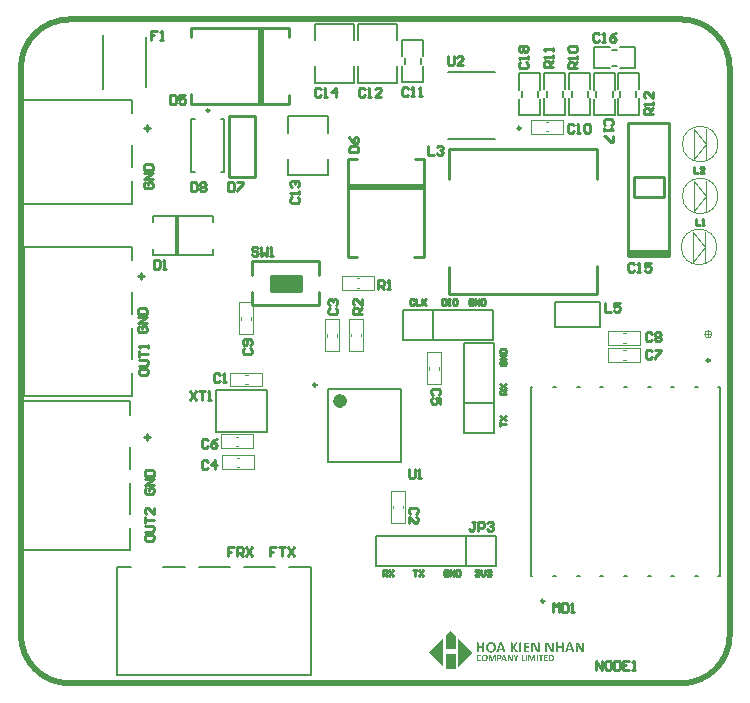
<source format=gto>
G04*
G04 #@! TF.GenerationSoftware,Altium Limited,Altium Designer,20.2.6 (244)*
G04*
G04 Layer_Color=65535*
%FSLAX24Y24*%
%MOIN*%
G70*
G04*
G04 #@! TF.SameCoordinates,10DCDC14-C833-4712-9BA6-5F063841230D*
G04*
G04*
G04 #@! TF.FilePolarity,Positive*
G04*
G01*
G75*
%ADD10C,0.0098*%
%ADD11C,0.0039*%
%ADD12C,0.0040*%
%ADD13C,0.0236*%
%ADD14C,0.0200*%
%ADD15C,0.0079*%
%ADD16C,0.0050*%
%ADD17C,0.0100*%
%ADD18C,0.0070*%
%ADD19R,0.0240X0.2550*%
%ADD20R,0.2550X0.0240*%
%ADD21R,0.0120X0.1310*%
%ADD22R,0.1000X0.0500*%
G36*
X18192Y1444D02*
X18205D01*
Y1437D01*
Y1431D01*
Y1424D01*
Y1418D01*
Y1411D01*
Y1405D01*
Y1398D01*
Y1392D01*
Y1385D01*
Y1379D01*
Y1372D01*
Y1366D01*
Y1359D01*
Y1353D01*
Y1346D01*
Y1340D01*
Y1334D01*
Y1327D01*
Y1321D01*
Y1314D01*
Y1308D01*
Y1301D01*
Y1295D01*
Y1288D01*
Y1282D01*
Y1275D01*
Y1269D01*
Y1262D01*
Y1256D01*
Y1249D01*
Y1243D01*
Y1236D01*
Y1230D01*
Y1224D01*
Y1217D01*
Y1211D01*
Y1204D01*
Y1198D01*
Y1191D01*
Y1185D01*
Y1178D01*
Y1172D01*
Y1165D01*
Y1159D01*
Y1152D01*
Y1146D01*
Y1139D01*
Y1133D01*
Y1126D01*
Y1120D01*
X18198D01*
Y1114D01*
X18140D01*
Y1120D01*
Y1126D01*
Y1133D01*
Y1139D01*
Y1146D01*
Y1152D01*
Y1159D01*
Y1165D01*
Y1172D01*
Y1178D01*
Y1185D01*
Y1191D01*
Y1198D01*
Y1204D01*
Y1211D01*
Y1217D01*
Y1224D01*
Y1230D01*
Y1236D01*
Y1243D01*
Y1249D01*
Y1256D01*
X18011D01*
Y1249D01*
Y1243D01*
Y1236D01*
Y1230D01*
Y1224D01*
Y1217D01*
Y1211D01*
Y1204D01*
Y1198D01*
Y1191D01*
Y1185D01*
Y1178D01*
Y1172D01*
Y1165D01*
Y1159D01*
Y1152D01*
Y1146D01*
Y1139D01*
Y1133D01*
Y1126D01*
Y1120D01*
X18004D01*
Y1114D01*
X17946D01*
Y1120D01*
Y1126D01*
Y1133D01*
Y1139D01*
Y1146D01*
Y1152D01*
Y1159D01*
Y1165D01*
Y1172D01*
Y1178D01*
Y1185D01*
Y1191D01*
Y1198D01*
Y1204D01*
Y1211D01*
Y1217D01*
Y1224D01*
Y1230D01*
Y1236D01*
Y1243D01*
Y1249D01*
Y1256D01*
Y1262D01*
Y1269D01*
Y1275D01*
Y1282D01*
Y1288D01*
Y1295D01*
Y1301D01*
Y1308D01*
Y1314D01*
Y1321D01*
Y1327D01*
Y1334D01*
Y1340D01*
Y1346D01*
Y1353D01*
Y1359D01*
Y1366D01*
Y1372D01*
Y1379D01*
Y1385D01*
Y1392D01*
Y1398D01*
Y1405D01*
Y1411D01*
Y1418D01*
Y1424D01*
Y1431D01*
Y1437D01*
Y1444D01*
X17959D01*
Y1450D01*
X17998D01*
Y1444D01*
X18011D01*
Y1437D01*
Y1431D01*
Y1424D01*
Y1418D01*
Y1411D01*
Y1405D01*
Y1398D01*
Y1392D01*
Y1385D01*
Y1379D01*
Y1372D01*
Y1366D01*
Y1359D01*
Y1353D01*
Y1346D01*
Y1340D01*
Y1334D01*
Y1327D01*
Y1321D01*
Y1314D01*
X18134D01*
Y1321D01*
X18140D01*
Y1327D01*
Y1334D01*
Y1340D01*
Y1346D01*
Y1353D01*
Y1359D01*
Y1366D01*
Y1372D01*
Y1379D01*
Y1385D01*
Y1392D01*
Y1398D01*
Y1405D01*
Y1411D01*
Y1418D01*
Y1424D01*
Y1431D01*
Y1437D01*
Y1444D01*
X18153D01*
Y1450D01*
X18192D01*
Y1444D01*
D02*
G37*
G36*
X15545D02*
X15558D01*
Y1437D01*
Y1431D01*
Y1424D01*
Y1418D01*
Y1411D01*
Y1405D01*
Y1398D01*
Y1392D01*
Y1385D01*
Y1379D01*
Y1372D01*
Y1366D01*
Y1359D01*
Y1353D01*
Y1346D01*
Y1340D01*
Y1334D01*
Y1327D01*
Y1321D01*
Y1314D01*
Y1308D01*
Y1301D01*
Y1295D01*
Y1288D01*
Y1282D01*
Y1275D01*
Y1269D01*
Y1262D01*
Y1256D01*
Y1249D01*
Y1243D01*
Y1236D01*
Y1230D01*
Y1224D01*
Y1217D01*
Y1211D01*
Y1204D01*
Y1198D01*
Y1191D01*
Y1185D01*
Y1178D01*
Y1172D01*
Y1165D01*
Y1159D01*
Y1152D01*
Y1146D01*
Y1139D01*
Y1133D01*
Y1126D01*
Y1120D01*
Y1114D01*
X15493D01*
Y1120D01*
Y1126D01*
Y1133D01*
Y1139D01*
Y1146D01*
Y1152D01*
Y1159D01*
Y1165D01*
Y1172D01*
Y1178D01*
Y1185D01*
Y1191D01*
Y1198D01*
Y1204D01*
Y1211D01*
Y1217D01*
Y1224D01*
Y1230D01*
Y1236D01*
Y1243D01*
Y1249D01*
Y1256D01*
X15364D01*
Y1249D01*
Y1243D01*
Y1236D01*
Y1230D01*
Y1224D01*
Y1217D01*
Y1211D01*
Y1204D01*
Y1198D01*
Y1191D01*
Y1185D01*
Y1178D01*
Y1172D01*
Y1165D01*
Y1159D01*
Y1152D01*
Y1146D01*
Y1139D01*
Y1133D01*
Y1126D01*
Y1120D01*
Y1114D01*
X15299D01*
Y1120D01*
Y1126D01*
Y1133D01*
Y1139D01*
Y1146D01*
Y1152D01*
Y1159D01*
Y1165D01*
Y1172D01*
Y1178D01*
Y1185D01*
Y1191D01*
Y1198D01*
Y1204D01*
Y1211D01*
Y1217D01*
Y1224D01*
Y1230D01*
Y1236D01*
Y1243D01*
Y1249D01*
Y1256D01*
Y1262D01*
Y1269D01*
Y1275D01*
Y1282D01*
Y1288D01*
Y1295D01*
Y1301D01*
Y1308D01*
Y1314D01*
Y1321D01*
Y1327D01*
Y1334D01*
Y1340D01*
Y1346D01*
Y1353D01*
Y1359D01*
Y1366D01*
Y1372D01*
Y1379D01*
Y1385D01*
Y1392D01*
Y1398D01*
Y1405D01*
Y1411D01*
Y1418D01*
Y1424D01*
Y1431D01*
Y1437D01*
Y1444D01*
X15312D01*
Y1450D01*
X15351D01*
Y1444D01*
X15364D01*
Y1437D01*
Y1431D01*
Y1424D01*
Y1418D01*
Y1411D01*
Y1405D01*
Y1398D01*
Y1392D01*
Y1385D01*
Y1379D01*
Y1372D01*
Y1366D01*
Y1359D01*
Y1353D01*
Y1346D01*
Y1340D01*
Y1334D01*
Y1327D01*
Y1321D01*
Y1314D01*
X15493D01*
Y1321D01*
Y1327D01*
Y1334D01*
Y1340D01*
Y1346D01*
Y1353D01*
Y1359D01*
Y1366D01*
Y1372D01*
Y1379D01*
Y1385D01*
Y1392D01*
Y1398D01*
Y1405D01*
Y1411D01*
Y1418D01*
Y1424D01*
Y1431D01*
Y1437D01*
Y1444D01*
X15506D01*
Y1450D01*
X15545D01*
Y1444D01*
D02*
G37*
G36*
X16652D02*
X16665D01*
Y1437D01*
Y1431D01*
Y1424D01*
Y1418D01*
X16658D01*
Y1411D01*
X16652D01*
Y1405D01*
X16645D01*
Y1398D01*
Y1392D01*
X16639D01*
Y1385D01*
X16632D01*
Y1379D01*
X16626D01*
Y1372D01*
Y1366D01*
X16619D01*
Y1359D01*
X16613D01*
Y1353D01*
X16606D01*
Y1346D01*
X16600D01*
Y1340D01*
Y1334D01*
X16593D01*
Y1327D01*
X16587D01*
Y1321D01*
X16580D01*
Y1314D01*
Y1308D01*
X16574D01*
Y1301D01*
X16568D01*
Y1295D01*
Y1288D01*
Y1282D01*
X16574D01*
Y1275D01*
X16580D01*
Y1269D01*
Y1262D01*
X16587D01*
Y1256D01*
X16593D01*
Y1249D01*
Y1243D01*
X16600D01*
Y1236D01*
X16606D01*
Y1230D01*
Y1224D01*
X16613D01*
Y1217D01*
X16619D01*
Y1211D01*
Y1204D01*
X16626D01*
Y1198D01*
X16632D01*
Y1191D01*
Y1185D01*
X16639D01*
Y1178D01*
X16645D01*
Y1172D01*
Y1165D01*
X16652D01*
Y1159D01*
X16658D01*
Y1152D01*
Y1146D01*
X16665D01*
Y1139D01*
X16671D01*
Y1133D01*
Y1126D01*
Y1120D01*
Y1114D01*
X16606D01*
Y1120D01*
X16600D01*
Y1126D01*
X16593D01*
Y1133D01*
X16587D01*
Y1139D01*
Y1146D01*
X16580D01*
Y1152D01*
Y1159D01*
X16574D01*
Y1165D01*
X16568D01*
Y1172D01*
Y1178D01*
X16561D01*
Y1185D01*
X16555D01*
Y1191D01*
Y1198D01*
X16548D01*
Y1204D01*
X16542D01*
Y1211D01*
Y1217D01*
X16535D01*
Y1224D01*
X16529D01*
Y1230D01*
Y1236D01*
X16522D01*
Y1243D01*
Y1249D01*
X16516D01*
Y1256D01*
X16509D01*
Y1262D01*
Y1269D01*
X16503D01*
Y1275D01*
X16496D01*
Y1269D01*
Y1262D01*
Y1256D01*
Y1249D01*
Y1243D01*
Y1236D01*
Y1230D01*
Y1224D01*
Y1217D01*
Y1211D01*
Y1204D01*
Y1198D01*
Y1191D01*
Y1185D01*
Y1178D01*
Y1172D01*
Y1165D01*
Y1159D01*
Y1152D01*
Y1146D01*
Y1139D01*
Y1133D01*
Y1126D01*
Y1120D01*
X16490D01*
Y1114D01*
X16432D01*
Y1120D01*
Y1126D01*
Y1133D01*
Y1139D01*
Y1146D01*
Y1152D01*
Y1159D01*
Y1165D01*
Y1172D01*
Y1178D01*
Y1185D01*
Y1191D01*
Y1198D01*
Y1204D01*
Y1211D01*
Y1217D01*
Y1224D01*
Y1230D01*
Y1236D01*
Y1243D01*
Y1249D01*
Y1256D01*
Y1262D01*
Y1269D01*
Y1275D01*
Y1282D01*
Y1288D01*
Y1295D01*
Y1301D01*
Y1308D01*
Y1314D01*
Y1321D01*
Y1327D01*
Y1334D01*
Y1340D01*
Y1346D01*
Y1353D01*
Y1359D01*
Y1366D01*
Y1372D01*
Y1379D01*
Y1385D01*
Y1392D01*
Y1398D01*
Y1405D01*
Y1411D01*
Y1418D01*
Y1424D01*
Y1431D01*
Y1437D01*
Y1444D01*
X16445D01*
Y1450D01*
X16483D01*
Y1444D01*
X16496D01*
Y1437D01*
Y1431D01*
Y1424D01*
Y1418D01*
Y1411D01*
Y1405D01*
Y1398D01*
Y1392D01*
Y1385D01*
Y1379D01*
Y1372D01*
Y1366D01*
Y1359D01*
Y1353D01*
Y1346D01*
Y1340D01*
Y1334D01*
Y1327D01*
Y1321D01*
Y1314D01*
Y1308D01*
Y1301D01*
X16503D01*
Y1308D01*
X16509D01*
Y1314D01*
Y1321D01*
X16516D01*
Y1327D01*
X16522D01*
Y1334D01*
Y1340D01*
X16529D01*
Y1346D01*
X16535D01*
Y1353D01*
X16542D01*
Y1359D01*
Y1366D01*
X16548D01*
Y1372D01*
X16555D01*
Y1379D01*
Y1385D01*
X16561D01*
Y1392D01*
X16568D01*
Y1398D01*
Y1405D01*
X16574D01*
Y1411D01*
X16580D01*
Y1418D01*
X16587D01*
Y1424D01*
Y1431D01*
X16593D01*
Y1437D01*
X16600D01*
Y1444D01*
X16613D01*
Y1450D01*
X16652D01*
Y1444D01*
D02*
G37*
G36*
X14445Y1819D02*
X14451D01*
Y1812D01*
X14458D01*
Y1806D01*
X14464D01*
Y1799D01*
X14471D01*
Y1793D01*
X14477D01*
Y1787D01*
X14484D01*
Y1780D01*
X14490D01*
Y1774D01*
X14497D01*
Y1767D01*
X14503D01*
Y1761D01*
X14510D01*
Y1754D01*
X14516D01*
Y1748D01*
X14523D01*
Y1741D01*
X14529D01*
Y1735D01*
X14536D01*
Y1728D01*
X14542D01*
Y1722D01*
X14548D01*
Y1715D01*
X14555D01*
Y1709D01*
X14561D01*
Y1702D01*
X14568D01*
Y1696D01*
X14574D01*
Y1689D01*
X14581D01*
Y1683D01*
X14587D01*
Y1677D01*
X14594D01*
Y1670D01*
Y1664D01*
Y1657D01*
Y1651D01*
Y1644D01*
Y1638D01*
Y1631D01*
Y1625D01*
Y1618D01*
Y1612D01*
Y1605D01*
Y1599D01*
Y1592D01*
Y1586D01*
Y1579D01*
Y1573D01*
Y1567D01*
Y1560D01*
Y1554D01*
Y1547D01*
Y1541D01*
Y1534D01*
Y1528D01*
Y1521D01*
Y1515D01*
Y1508D01*
Y1502D01*
Y1495D01*
Y1489D01*
Y1482D01*
Y1476D01*
Y1469D01*
Y1463D01*
Y1456D01*
Y1450D01*
Y1444D01*
Y1437D01*
Y1431D01*
Y1424D01*
Y1418D01*
Y1411D01*
Y1405D01*
Y1398D01*
Y1392D01*
Y1385D01*
Y1379D01*
Y1372D01*
Y1366D01*
Y1359D01*
Y1353D01*
Y1346D01*
Y1340D01*
Y1334D01*
Y1327D01*
Y1321D01*
Y1314D01*
Y1308D01*
Y1301D01*
Y1295D01*
Y1288D01*
Y1282D01*
Y1275D01*
Y1269D01*
Y1262D01*
Y1256D01*
Y1249D01*
Y1243D01*
Y1236D01*
Y1230D01*
Y1224D01*
X14270D01*
Y1230D01*
Y1236D01*
Y1243D01*
Y1249D01*
Y1256D01*
Y1262D01*
Y1269D01*
Y1275D01*
Y1282D01*
Y1288D01*
Y1295D01*
Y1301D01*
Y1308D01*
Y1314D01*
Y1321D01*
Y1327D01*
Y1334D01*
Y1340D01*
Y1346D01*
Y1353D01*
Y1359D01*
Y1366D01*
Y1372D01*
Y1379D01*
Y1385D01*
Y1392D01*
Y1398D01*
Y1405D01*
Y1411D01*
Y1418D01*
Y1424D01*
Y1431D01*
Y1437D01*
Y1444D01*
Y1450D01*
Y1456D01*
Y1463D01*
Y1469D01*
Y1476D01*
Y1482D01*
Y1489D01*
Y1495D01*
Y1502D01*
Y1508D01*
Y1515D01*
Y1521D01*
Y1528D01*
Y1534D01*
Y1541D01*
Y1547D01*
Y1554D01*
Y1560D01*
Y1567D01*
Y1573D01*
Y1579D01*
Y1586D01*
Y1592D01*
Y1599D01*
Y1605D01*
Y1612D01*
Y1618D01*
Y1625D01*
Y1631D01*
Y1638D01*
Y1644D01*
Y1651D01*
Y1657D01*
Y1664D01*
X14277D01*
Y1670D01*
X14283D01*
Y1677D01*
X14290D01*
Y1683D01*
X14296D01*
Y1689D01*
X14303D01*
Y1696D01*
X14309D01*
Y1702D01*
X14316D01*
Y1709D01*
X14322D01*
Y1715D01*
X14328D01*
Y1722D01*
X14335D01*
Y1728D01*
X14341D01*
Y1735D01*
X14348D01*
Y1741D01*
X14354D01*
Y1748D01*
X14361D01*
Y1754D01*
X14367D01*
Y1761D01*
X14374D01*
Y1767D01*
X14380D01*
Y1774D01*
X14387D01*
Y1780D01*
X14393D01*
Y1787D01*
X14400D01*
Y1793D01*
X14406D01*
Y1799D01*
X14413D01*
Y1806D01*
X14419D01*
Y1812D01*
X14426D01*
Y1819D01*
X14432D01*
Y1825D01*
X14445D01*
Y1819D01*
D02*
G37*
G36*
X18858Y1444D02*
X18878D01*
Y1437D01*
Y1431D01*
Y1424D01*
Y1418D01*
Y1411D01*
Y1405D01*
Y1398D01*
Y1392D01*
Y1385D01*
Y1379D01*
Y1372D01*
Y1366D01*
Y1359D01*
Y1353D01*
Y1346D01*
Y1340D01*
Y1334D01*
Y1327D01*
Y1321D01*
Y1314D01*
Y1308D01*
Y1301D01*
Y1295D01*
Y1288D01*
Y1282D01*
Y1275D01*
Y1269D01*
Y1262D01*
Y1256D01*
Y1249D01*
Y1243D01*
Y1236D01*
Y1230D01*
Y1224D01*
Y1217D01*
Y1211D01*
Y1204D01*
Y1198D01*
Y1191D01*
Y1185D01*
Y1178D01*
Y1172D01*
Y1165D01*
Y1159D01*
Y1152D01*
Y1146D01*
Y1139D01*
Y1133D01*
Y1126D01*
X18871D01*
Y1120D01*
X18865D01*
Y1114D01*
X18800D01*
Y1120D01*
X18794D01*
Y1126D01*
X18787D01*
Y1133D01*
X18781D01*
Y1139D01*
Y1146D01*
X18774D01*
Y1152D01*
Y1159D01*
X18768D01*
Y1165D01*
Y1172D01*
X18761D01*
Y1178D01*
Y1185D01*
X18755D01*
Y1191D01*
Y1198D01*
X18748D01*
Y1204D01*
X18742D01*
Y1211D01*
Y1217D01*
X18735D01*
Y1224D01*
Y1230D01*
X18729D01*
Y1236D01*
Y1243D01*
X18722D01*
Y1249D01*
Y1256D01*
X18716D01*
Y1262D01*
Y1269D01*
X18710D01*
Y1275D01*
Y1282D01*
X18703D01*
Y1288D01*
X18697D01*
Y1295D01*
Y1301D01*
X18690D01*
Y1308D01*
Y1314D01*
X18684D01*
Y1321D01*
Y1327D01*
X18677D01*
Y1334D01*
Y1340D01*
X18671D01*
Y1346D01*
Y1353D01*
Y1359D01*
X18664D01*
Y1366D01*
X18658D01*
Y1359D01*
Y1353D01*
Y1346D01*
Y1340D01*
Y1334D01*
X18664D01*
Y1327D01*
Y1321D01*
Y1314D01*
Y1308D01*
Y1301D01*
Y1295D01*
Y1288D01*
Y1282D01*
Y1275D01*
Y1269D01*
Y1262D01*
Y1256D01*
Y1249D01*
Y1243D01*
Y1236D01*
Y1230D01*
Y1224D01*
Y1217D01*
Y1211D01*
Y1204D01*
Y1198D01*
Y1191D01*
Y1185D01*
Y1178D01*
Y1172D01*
Y1165D01*
Y1159D01*
Y1152D01*
Y1146D01*
Y1139D01*
Y1133D01*
Y1126D01*
Y1120D01*
X18658D01*
Y1114D01*
X18606D01*
Y1120D01*
X18600D01*
Y1126D01*
Y1133D01*
Y1139D01*
Y1146D01*
Y1152D01*
Y1159D01*
Y1165D01*
Y1172D01*
Y1178D01*
Y1185D01*
Y1191D01*
Y1198D01*
Y1204D01*
Y1211D01*
Y1217D01*
Y1224D01*
Y1230D01*
Y1236D01*
Y1243D01*
Y1249D01*
Y1256D01*
Y1262D01*
Y1269D01*
Y1275D01*
Y1282D01*
Y1288D01*
Y1295D01*
Y1301D01*
Y1308D01*
Y1314D01*
Y1321D01*
Y1327D01*
Y1334D01*
Y1340D01*
Y1346D01*
Y1353D01*
Y1359D01*
Y1366D01*
Y1372D01*
Y1379D01*
Y1385D01*
Y1392D01*
Y1398D01*
Y1405D01*
Y1411D01*
Y1418D01*
Y1424D01*
Y1431D01*
X18606D01*
Y1437D01*
Y1444D01*
X18690D01*
Y1437D01*
X18697D01*
Y1431D01*
X18703D01*
Y1424D01*
Y1418D01*
X18710D01*
Y1411D01*
Y1405D01*
X18716D01*
Y1398D01*
Y1392D01*
X18722D01*
Y1385D01*
X18729D01*
Y1379D01*
Y1372D01*
X18735D01*
Y1366D01*
Y1359D01*
X18742D01*
Y1353D01*
Y1346D01*
X18748D01*
Y1340D01*
Y1334D01*
X18755D01*
Y1327D01*
Y1321D01*
X18761D01*
Y1314D01*
Y1308D01*
X18768D01*
Y1301D01*
X18774D01*
Y1295D01*
Y1288D01*
X18781D01*
Y1282D01*
Y1275D01*
X18787D01*
Y1269D01*
Y1262D01*
X18794D01*
Y1256D01*
Y1249D01*
X18800D01*
Y1243D01*
Y1236D01*
X18807D01*
Y1230D01*
Y1224D01*
X18813D01*
Y1217D01*
Y1211D01*
X18820D01*
Y1217D01*
Y1224D01*
Y1230D01*
Y1236D01*
Y1243D01*
Y1249D01*
Y1256D01*
Y1262D01*
Y1269D01*
Y1275D01*
Y1282D01*
Y1288D01*
Y1295D01*
Y1301D01*
Y1308D01*
Y1314D01*
Y1321D01*
Y1327D01*
Y1334D01*
Y1340D01*
Y1346D01*
Y1353D01*
Y1359D01*
Y1366D01*
Y1372D01*
Y1379D01*
Y1385D01*
Y1392D01*
Y1398D01*
Y1405D01*
Y1411D01*
Y1418D01*
Y1424D01*
Y1431D01*
Y1437D01*
Y1444D01*
X18839D01*
Y1450D01*
X18858D01*
Y1444D01*
D02*
G37*
G36*
X17849D02*
X17868D01*
Y1437D01*
Y1431D01*
Y1424D01*
Y1418D01*
Y1411D01*
Y1405D01*
Y1398D01*
Y1392D01*
Y1385D01*
Y1379D01*
Y1372D01*
Y1366D01*
Y1359D01*
Y1353D01*
Y1346D01*
Y1340D01*
Y1334D01*
Y1327D01*
Y1321D01*
Y1314D01*
Y1308D01*
Y1301D01*
Y1295D01*
Y1288D01*
Y1282D01*
Y1275D01*
Y1269D01*
Y1262D01*
Y1256D01*
Y1249D01*
Y1243D01*
Y1236D01*
Y1230D01*
Y1224D01*
Y1217D01*
Y1211D01*
Y1204D01*
Y1198D01*
Y1191D01*
Y1185D01*
Y1178D01*
Y1172D01*
Y1165D01*
Y1159D01*
Y1152D01*
Y1146D01*
Y1139D01*
Y1133D01*
Y1126D01*
X17862D01*
Y1120D01*
X17855D01*
Y1114D01*
X17791D01*
Y1120D01*
X17784D01*
Y1126D01*
X17778D01*
Y1133D01*
X17771D01*
Y1139D01*
Y1146D01*
X17765D01*
Y1152D01*
Y1159D01*
X17758D01*
Y1165D01*
Y1172D01*
X17752D01*
Y1178D01*
Y1185D01*
X17745D01*
Y1191D01*
Y1198D01*
X17739D01*
Y1204D01*
X17732D01*
Y1211D01*
Y1217D01*
X17726D01*
Y1224D01*
Y1230D01*
X17719D01*
Y1236D01*
Y1243D01*
X17713D01*
Y1249D01*
Y1256D01*
X17706D01*
Y1262D01*
Y1269D01*
X17700D01*
Y1275D01*
Y1282D01*
X17694D01*
Y1288D01*
X17687D01*
Y1295D01*
Y1301D01*
X17681D01*
Y1308D01*
Y1314D01*
X17674D01*
Y1321D01*
Y1327D01*
X17668D01*
Y1334D01*
Y1340D01*
X17661D01*
Y1346D01*
Y1353D01*
Y1359D01*
X17655D01*
Y1366D01*
X17648D01*
Y1359D01*
Y1353D01*
Y1346D01*
Y1340D01*
Y1334D01*
X17655D01*
Y1327D01*
Y1321D01*
Y1314D01*
Y1308D01*
Y1301D01*
Y1295D01*
Y1288D01*
Y1282D01*
Y1275D01*
Y1269D01*
Y1262D01*
Y1256D01*
Y1249D01*
Y1243D01*
Y1236D01*
Y1230D01*
Y1224D01*
Y1217D01*
Y1211D01*
Y1204D01*
Y1198D01*
Y1191D01*
Y1185D01*
Y1178D01*
Y1172D01*
Y1165D01*
Y1159D01*
Y1152D01*
Y1146D01*
Y1139D01*
Y1133D01*
Y1126D01*
Y1120D01*
X17648D01*
Y1114D01*
X17596D01*
Y1120D01*
X17590D01*
Y1126D01*
Y1133D01*
Y1139D01*
Y1146D01*
Y1152D01*
Y1159D01*
Y1165D01*
Y1172D01*
Y1178D01*
Y1185D01*
Y1191D01*
Y1198D01*
Y1204D01*
Y1211D01*
Y1217D01*
Y1224D01*
Y1230D01*
Y1236D01*
Y1243D01*
Y1249D01*
Y1256D01*
Y1262D01*
Y1269D01*
Y1275D01*
Y1282D01*
Y1288D01*
Y1295D01*
Y1301D01*
Y1308D01*
Y1314D01*
Y1321D01*
Y1327D01*
Y1334D01*
Y1340D01*
Y1346D01*
Y1353D01*
Y1359D01*
Y1366D01*
Y1372D01*
Y1379D01*
Y1385D01*
Y1392D01*
Y1398D01*
Y1405D01*
Y1411D01*
Y1418D01*
Y1424D01*
Y1431D01*
X17596D01*
Y1437D01*
Y1444D01*
X17681D01*
Y1437D01*
X17687D01*
Y1431D01*
X17694D01*
Y1424D01*
Y1418D01*
X17700D01*
Y1411D01*
Y1405D01*
X17706D01*
Y1398D01*
Y1392D01*
X17713D01*
Y1385D01*
X17719D01*
Y1379D01*
Y1372D01*
X17726D01*
Y1366D01*
Y1359D01*
X17732D01*
Y1353D01*
Y1346D01*
X17739D01*
Y1340D01*
Y1334D01*
X17745D01*
Y1327D01*
Y1321D01*
X17752D01*
Y1314D01*
Y1308D01*
X17758D01*
Y1301D01*
X17765D01*
Y1295D01*
Y1288D01*
X17771D01*
Y1282D01*
Y1275D01*
X17778D01*
Y1269D01*
Y1262D01*
X17784D01*
Y1256D01*
Y1249D01*
X17791D01*
Y1243D01*
Y1236D01*
X17797D01*
Y1230D01*
Y1224D01*
X17804D01*
Y1217D01*
Y1211D01*
X17810D01*
Y1217D01*
Y1224D01*
Y1230D01*
Y1236D01*
Y1243D01*
Y1249D01*
Y1256D01*
Y1262D01*
Y1269D01*
Y1275D01*
Y1282D01*
Y1288D01*
Y1295D01*
Y1301D01*
Y1308D01*
Y1314D01*
Y1321D01*
Y1327D01*
Y1334D01*
Y1340D01*
Y1346D01*
Y1353D01*
Y1359D01*
Y1366D01*
Y1372D01*
Y1379D01*
Y1385D01*
Y1392D01*
Y1398D01*
Y1405D01*
Y1411D01*
Y1418D01*
Y1424D01*
Y1431D01*
Y1437D01*
Y1444D01*
X17829D01*
Y1450D01*
X17849D01*
Y1444D01*
D02*
G37*
G36*
X17376D02*
X17396D01*
Y1437D01*
Y1431D01*
Y1424D01*
Y1418D01*
Y1411D01*
Y1405D01*
Y1398D01*
Y1392D01*
Y1385D01*
Y1379D01*
Y1372D01*
Y1366D01*
Y1359D01*
Y1353D01*
Y1346D01*
Y1340D01*
Y1334D01*
Y1327D01*
Y1321D01*
Y1314D01*
Y1308D01*
Y1301D01*
Y1295D01*
Y1288D01*
Y1282D01*
Y1275D01*
Y1269D01*
Y1262D01*
Y1256D01*
Y1249D01*
Y1243D01*
Y1236D01*
Y1230D01*
Y1224D01*
Y1217D01*
Y1211D01*
Y1204D01*
Y1198D01*
Y1191D01*
Y1185D01*
Y1178D01*
Y1172D01*
Y1165D01*
Y1159D01*
Y1152D01*
Y1146D01*
Y1139D01*
Y1133D01*
Y1126D01*
Y1120D01*
X17389D01*
Y1114D01*
X17325D01*
Y1120D01*
X17312D01*
Y1126D01*
X17305D01*
Y1133D01*
Y1139D01*
X17299D01*
Y1146D01*
Y1152D01*
X17292D01*
Y1159D01*
X17286D01*
Y1165D01*
Y1172D01*
X17279D01*
Y1178D01*
Y1185D01*
X17273D01*
Y1191D01*
Y1198D01*
X17266D01*
Y1204D01*
Y1211D01*
X17260D01*
Y1217D01*
Y1224D01*
X17253D01*
Y1230D01*
Y1236D01*
X17247D01*
Y1243D01*
Y1249D01*
X17241D01*
Y1256D01*
X17234D01*
Y1262D01*
Y1269D01*
X17228D01*
Y1275D01*
Y1282D01*
X17221D01*
Y1288D01*
Y1295D01*
X17215D01*
Y1301D01*
Y1308D01*
X17208D01*
Y1314D01*
Y1321D01*
X17202D01*
Y1327D01*
Y1334D01*
X17195D01*
Y1340D01*
Y1346D01*
X17189D01*
Y1353D01*
Y1359D01*
X17182D01*
Y1353D01*
Y1346D01*
Y1340D01*
Y1334D01*
Y1327D01*
Y1321D01*
Y1314D01*
Y1308D01*
Y1301D01*
Y1295D01*
Y1288D01*
Y1282D01*
Y1275D01*
Y1269D01*
Y1262D01*
Y1256D01*
Y1249D01*
Y1243D01*
Y1236D01*
Y1230D01*
Y1224D01*
Y1217D01*
Y1211D01*
Y1204D01*
Y1198D01*
Y1191D01*
Y1185D01*
Y1178D01*
Y1172D01*
Y1165D01*
Y1159D01*
Y1152D01*
Y1146D01*
Y1139D01*
Y1133D01*
Y1126D01*
Y1120D01*
X17176D01*
Y1114D01*
X17124D01*
Y1120D01*
Y1126D01*
Y1133D01*
Y1139D01*
Y1146D01*
Y1152D01*
Y1159D01*
Y1165D01*
Y1172D01*
Y1178D01*
Y1185D01*
Y1191D01*
Y1198D01*
Y1204D01*
Y1211D01*
Y1217D01*
Y1224D01*
Y1230D01*
Y1236D01*
Y1243D01*
Y1249D01*
Y1256D01*
Y1262D01*
Y1269D01*
Y1275D01*
Y1282D01*
Y1288D01*
Y1295D01*
Y1301D01*
Y1308D01*
Y1314D01*
Y1321D01*
Y1327D01*
Y1334D01*
Y1340D01*
Y1346D01*
Y1353D01*
Y1359D01*
Y1366D01*
Y1372D01*
Y1379D01*
Y1385D01*
Y1392D01*
Y1398D01*
Y1405D01*
Y1411D01*
Y1418D01*
Y1424D01*
Y1431D01*
Y1437D01*
Y1444D01*
X17208D01*
Y1437D01*
X17215D01*
Y1431D01*
X17221D01*
Y1424D01*
X17228D01*
Y1418D01*
Y1411D01*
X17234D01*
Y1405D01*
Y1398D01*
X17241D01*
Y1392D01*
Y1385D01*
X17247D01*
Y1379D01*
Y1372D01*
X17253D01*
Y1366D01*
Y1359D01*
X17260D01*
Y1353D01*
Y1346D01*
X17266D01*
Y1340D01*
X17273D01*
Y1334D01*
Y1327D01*
X17279D01*
Y1321D01*
Y1314D01*
X17286D01*
Y1308D01*
Y1301D01*
X17292D01*
Y1295D01*
Y1288D01*
X17299D01*
Y1282D01*
Y1275D01*
X17305D01*
Y1269D01*
Y1262D01*
X17312D01*
Y1256D01*
Y1249D01*
X17318D01*
Y1243D01*
Y1236D01*
X17325D01*
Y1230D01*
Y1224D01*
X17331D01*
Y1217D01*
Y1211D01*
X17338D01*
Y1217D01*
Y1224D01*
Y1230D01*
Y1236D01*
Y1243D01*
Y1249D01*
Y1256D01*
Y1262D01*
Y1269D01*
Y1275D01*
Y1282D01*
Y1288D01*
Y1295D01*
Y1301D01*
Y1308D01*
Y1314D01*
Y1321D01*
Y1327D01*
Y1334D01*
Y1340D01*
Y1346D01*
Y1353D01*
Y1359D01*
Y1366D01*
Y1372D01*
Y1379D01*
Y1385D01*
Y1392D01*
Y1398D01*
Y1405D01*
Y1411D01*
Y1418D01*
Y1424D01*
Y1431D01*
Y1437D01*
Y1444D01*
X17357D01*
Y1450D01*
X17376D01*
Y1444D01*
D02*
G37*
G36*
X18431D02*
X18444D01*
Y1437D01*
X18451D01*
Y1431D01*
Y1424D01*
Y1418D01*
X18457D01*
Y1411D01*
Y1405D01*
Y1398D01*
X18464D01*
Y1392D01*
Y1385D01*
Y1379D01*
X18470D01*
Y1372D01*
Y1366D01*
X18477D01*
Y1359D01*
Y1353D01*
Y1346D01*
X18483D01*
Y1340D01*
Y1334D01*
Y1327D01*
X18490D01*
Y1321D01*
Y1314D01*
Y1308D01*
X18496D01*
Y1301D01*
Y1295D01*
Y1288D01*
X18502D01*
Y1282D01*
Y1275D01*
Y1269D01*
X18509D01*
Y1262D01*
Y1256D01*
X18515D01*
Y1249D01*
Y1243D01*
Y1236D01*
X18522D01*
Y1230D01*
Y1224D01*
Y1217D01*
X18528D01*
Y1211D01*
Y1204D01*
Y1198D01*
X18535D01*
Y1191D01*
Y1185D01*
Y1178D01*
X18541D01*
Y1172D01*
Y1165D01*
Y1159D01*
X18548D01*
Y1152D01*
Y1146D01*
X18554D01*
Y1139D01*
Y1133D01*
Y1126D01*
Y1120D01*
Y1114D01*
X18490D01*
Y1120D01*
X18483D01*
Y1126D01*
Y1133D01*
X18477D01*
Y1139D01*
Y1146D01*
Y1152D01*
X18470D01*
Y1159D01*
Y1165D01*
Y1172D01*
X18464D01*
Y1178D01*
Y1185D01*
Y1191D01*
X18334D01*
Y1185D01*
Y1178D01*
X18328D01*
Y1172D01*
Y1165D01*
Y1159D01*
X18321D01*
Y1152D01*
Y1146D01*
Y1139D01*
X18315D01*
Y1133D01*
Y1126D01*
Y1120D01*
X18308D01*
Y1114D01*
X18250D01*
Y1120D01*
Y1126D01*
Y1133D01*
Y1139D01*
Y1146D01*
X18257D01*
Y1152D01*
Y1159D01*
Y1165D01*
X18263D01*
Y1172D01*
Y1178D01*
Y1185D01*
X18269D01*
Y1191D01*
Y1198D01*
Y1204D01*
X18276D01*
Y1211D01*
Y1217D01*
X18282D01*
Y1224D01*
Y1230D01*
Y1236D01*
X18289D01*
Y1243D01*
Y1249D01*
Y1256D01*
X18295D01*
Y1262D01*
Y1269D01*
Y1275D01*
X18302D01*
Y1282D01*
Y1288D01*
Y1295D01*
X18308D01*
Y1301D01*
Y1308D01*
Y1314D01*
X18315D01*
Y1321D01*
Y1327D01*
X18321D01*
Y1334D01*
Y1340D01*
Y1346D01*
X18328D01*
Y1353D01*
Y1359D01*
Y1366D01*
X18334D01*
Y1372D01*
Y1379D01*
Y1385D01*
X18341D01*
Y1392D01*
Y1398D01*
Y1405D01*
X18347D01*
Y1411D01*
Y1418D01*
Y1424D01*
X18354D01*
Y1431D01*
Y1437D01*
X18360D01*
Y1444D01*
X18373D01*
Y1450D01*
X18431D01*
Y1444D01*
D02*
G37*
G36*
X17059Y1437D02*
Y1431D01*
Y1424D01*
Y1418D01*
Y1411D01*
Y1405D01*
Y1398D01*
X17053D01*
Y1392D01*
X16930D01*
Y1385D01*
Y1379D01*
Y1372D01*
Y1366D01*
Y1359D01*
Y1353D01*
Y1346D01*
Y1340D01*
Y1334D01*
Y1327D01*
Y1321D01*
Y1314D01*
X17033D01*
Y1308D01*
X17040D01*
Y1301D01*
Y1295D01*
Y1288D01*
Y1282D01*
Y1275D01*
Y1269D01*
Y1262D01*
X16930D01*
Y1256D01*
Y1249D01*
Y1243D01*
Y1236D01*
Y1230D01*
Y1224D01*
Y1217D01*
Y1211D01*
Y1204D01*
Y1198D01*
Y1191D01*
Y1185D01*
Y1178D01*
Y1172D01*
Y1165D01*
X17059D01*
Y1159D01*
Y1152D01*
Y1146D01*
Y1139D01*
Y1133D01*
Y1126D01*
Y1120D01*
Y1114D01*
X16872D01*
Y1120D01*
X16865D01*
Y1126D01*
Y1133D01*
Y1139D01*
Y1146D01*
Y1152D01*
Y1159D01*
Y1165D01*
Y1172D01*
Y1178D01*
Y1185D01*
Y1191D01*
Y1198D01*
Y1204D01*
Y1211D01*
Y1217D01*
Y1224D01*
Y1230D01*
Y1236D01*
Y1243D01*
Y1249D01*
Y1256D01*
Y1262D01*
Y1269D01*
Y1275D01*
Y1282D01*
Y1288D01*
Y1295D01*
Y1301D01*
Y1308D01*
Y1314D01*
Y1321D01*
Y1327D01*
Y1334D01*
Y1340D01*
Y1346D01*
Y1353D01*
Y1359D01*
Y1366D01*
Y1372D01*
Y1379D01*
Y1385D01*
Y1392D01*
Y1398D01*
Y1405D01*
Y1411D01*
Y1418D01*
Y1424D01*
Y1431D01*
Y1437D01*
Y1444D01*
X17059D01*
Y1437D01*
D02*
G37*
G36*
X16775Y1444D02*
X16788D01*
Y1437D01*
Y1431D01*
Y1424D01*
Y1418D01*
Y1411D01*
Y1405D01*
Y1398D01*
Y1392D01*
Y1385D01*
Y1379D01*
Y1372D01*
Y1366D01*
Y1359D01*
Y1353D01*
Y1346D01*
Y1340D01*
Y1334D01*
Y1327D01*
Y1321D01*
Y1314D01*
Y1308D01*
Y1301D01*
Y1295D01*
Y1288D01*
Y1282D01*
Y1275D01*
Y1269D01*
Y1262D01*
Y1256D01*
Y1249D01*
Y1243D01*
Y1236D01*
Y1230D01*
Y1224D01*
Y1217D01*
Y1211D01*
Y1204D01*
Y1198D01*
Y1191D01*
Y1185D01*
Y1178D01*
Y1172D01*
Y1165D01*
Y1159D01*
Y1152D01*
Y1146D01*
Y1139D01*
Y1133D01*
Y1126D01*
Y1120D01*
X16781D01*
Y1114D01*
X16723D01*
Y1120D01*
Y1126D01*
Y1133D01*
Y1139D01*
Y1146D01*
Y1152D01*
Y1159D01*
Y1165D01*
Y1172D01*
Y1178D01*
Y1185D01*
Y1191D01*
Y1198D01*
Y1204D01*
Y1211D01*
Y1217D01*
Y1224D01*
Y1230D01*
Y1236D01*
Y1243D01*
Y1249D01*
Y1256D01*
Y1262D01*
Y1269D01*
Y1275D01*
Y1282D01*
Y1288D01*
Y1295D01*
Y1301D01*
Y1308D01*
Y1314D01*
Y1321D01*
Y1327D01*
Y1334D01*
Y1340D01*
Y1346D01*
Y1353D01*
Y1359D01*
Y1366D01*
Y1372D01*
Y1379D01*
Y1385D01*
Y1392D01*
Y1398D01*
Y1405D01*
Y1411D01*
Y1418D01*
Y1424D01*
Y1431D01*
Y1437D01*
Y1444D01*
X16736D01*
Y1450D01*
X16775D01*
Y1444D01*
D02*
G37*
G36*
X16140D02*
X16153D01*
Y1437D01*
Y1431D01*
X16160D01*
Y1424D01*
Y1418D01*
Y1411D01*
X16166D01*
Y1405D01*
Y1398D01*
X16173D01*
Y1392D01*
Y1385D01*
Y1379D01*
X16179D01*
Y1372D01*
Y1366D01*
Y1359D01*
X16186D01*
Y1353D01*
Y1346D01*
Y1340D01*
X16192D01*
Y1334D01*
Y1327D01*
Y1321D01*
X16199D01*
Y1314D01*
Y1308D01*
Y1301D01*
X16205D01*
Y1295D01*
Y1288D01*
X16212D01*
Y1282D01*
Y1275D01*
Y1269D01*
X16218D01*
Y1262D01*
Y1256D01*
Y1249D01*
X16225D01*
Y1243D01*
Y1236D01*
Y1230D01*
X16231D01*
Y1224D01*
Y1217D01*
Y1211D01*
X16237D01*
Y1204D01*
Y1198D01*
Y1191D01*
X16244D01*
Y1185D01*
Y1178D01*
X16250D01*
Y1172D01*
Y1165D01*
Y1159D01*
X16257D01*
Y1152D01*
Y1146D01*
Y1139D01*
X16263D01*
Y1133D01*
Y1126D01*
Y1120D01*
Y1114D01*
X16199D01*
Y1120D01*
X16192D01*
Y1126D01*
Y1133D01*
X16186D01*
Y1139D01*
Y1146D01*
Y1152D01*
X16179D01*
Y1159D01*
Y1165D01*
Y1172D01*
X16173D01*
Y1178D01*
Y1185D01*
X16166D01*
Y1191D01*
X16043D01*
Y1185D01*
Y1178D01*
X16037D01*
Y1172D01*
Y1165D01*
Y1159D01*
X16030D01*
Y1152D01*
Y1146D01*
Y1139D01*
X16024D01*
Y1133D01*
Y1126D01*
Y1120D01*
X16017D01*
Y1114D01*
X15959D01*
Y1120D01*
X15953D01*
Y1126D01*
Y1133D01*
X15959D01*
Y1139D01*
Y1146D01*
Y1152D01*
X15966D01*
Y1159D01*
Y1165D01*
Y1172D01*
X15972D01*
Y1178D01*
Y1185D01*
X15979D01*
Y1191D01*
Y1198D01*
Y1204D01*
X15985D01*
Y1211D01*
Y1217D01*
Y1224D01*
X15992D01*
Y1230D01*
Y1236D01*
Y1243D01*
X15998D01*
Y1249D01*
Y1256D01*
Y1262D01*
X16005D01*
Y1269D01*
Y1275D01*
Y1282D01*
X16011D01*
Y1288D01*
Y1295D01*
X16017D01*
Y1301D01*
Y1308D01*
Y1314D01*
X16024D01*
Y1321D01*
Y1327D01*
Y1334D01*
X16030D01*
Y1340D01*
Y1346D01*
Y1353D01*
X16037D01*
Y1359D01*
Y1366D01*
Y1372D01*
X16043D01*
Y1379D01*
Y1385D01*
Y1392D01*
X16050D01*
Y1398D01*
Y1405D01*
Y1411D01*
X16056D01*
Y1418D01*
Y1424D01*
X16063D01*
Y1431D01*
Y1437D01*
Y1444D01*
X16076D01*
Y1450D01*
X16140D01*
Y1444D01*
D02*
G37*
G36*
X15830D02*
X15849D01*
Y1437D01*
X15862D01*
Y1431D01*
X15875D01*
Y1424D01*
X15888D01*
Y1418D01*
X15895D01*
Y1411D01*
X15901D01*
Y1405D01*
Y1398D01*
X15907D01*
Y1392D01*
X15914D01*
Y1385D01*
Y1379D01*
X15920D01*
Y1372D01*
Y1366D01*
Y1359D01*
X15927D01*
Y1353D01*
Y1346D01*
Y1340D01*
Y1334D01*
X15933D01*
Y1327D01*
Y1321D01*
Y1314D01*
Y1308D01*
Y1301D01*
Y1295D01*
Y1288D01*
Y1282D01*
Y1275D01*
Y1269D01*
Y1262D01*
Y1256D01*
Y1249D01*
Y1243D01*
Y1236D01*
X15927D01*
Y1230D01*
Y1224D01*
Y1217D01*
Y1211D01*
X15920D01*
Y1204D01*
Y1198D01*
Y1191D01*
X15914D01*
Y1185D01*
Y1178D01*
X15907D01*
Y1172D01*
X15901D01*
Y1165D01*
Y1159D01*
X15895D01*
Y1152D01*
X15888D01*
Y1146D01*
X15882D01*
Y1139D01*
X15875D01*
Y1133D01*
X15862D01*
Y1126D01*
X15849D01*
Y1120D01*
X15836D01*
Y1114D01*
X15804D01*
Y1107D01*
X15739D01*
Y1114D01*
X15707D01*
Y1120D01*
X15694D01*
Y1126D01*
X15681D01*
Y1133D01*
X15668D01*
Y1139D01*
X15662D01*
Y1146D01*
X15655D01*
Y1152D01*
X15649D01*
Y1159D01*
X15642D01*
Y1165D01*
Y1172D01*
X15636D01*
Y1178D01*
Y1185D01*
X15629D01*
Y1191D01*
Y1198D01*
Y1204D01*
X15623D01*
Y1211D01*
Y1217D01*
Y1224D01*
Y1230D01*
X15616D01*
Y1236D01*
Y1243D01*
Y1249D01*
Y1256D01*
Y1262D01*
Y1269D01*
Y1275D01*
Y1282D01*
Y1288D01*
Y1295D01*
Y1301D01*
Y1308D01*
Y1314D01*
Y1321D01*
X15623D01*
Y1327D01*
Y1334D01*
Y1340D01*
Y1346D01*
X15629D01*
Y1353D01*
Y1359D01*
Y1366D01*
X15636D01*
Y1372D01*
Y1379D01*
X15642D01*
Y1385D01*
Y1392D01*
X15649D01*
Y1398D01*
X15655D01*
Y1405D01*
X15662D01*
Y1411D01*
X15668D01*
Y1418D01*
X15675D01*
Y1424D01*
X15681D01*
Y1431D01*
X15694D01*
Y1437D01*
X15707D01*
Y1444D01*
X15726D01*
Y1450D01*
X15830D01*
Y1444D01*
D02*
G37*
G36*
X15416Y1036D02*
X15435D01*
Y1029D01*
X15448D01*
Y1023D01*
Y1016D01*
Y1010D01*
Y1003D01*
Y997D01*
Y991D01*
Y984D01*
X15442D01*
Y991D01*
X15435D01*
Y997D01*
X15422D01*
Y1003D01*
X15377D01*
Y997D01*
X15370D01*
Y991D01*
X15364D01*
Y984D01*
X15357D01*
Y978D01*
X15351D01*
Y971D01*
Y965D01*
Y958D01*
X15344D01*
Y952D01*
Y945D01*
Y939D01*
Y932D01*
Y926D01*
Y919D01*
Y913D01*
Y906D01*
Y900D01*
X15351D01*
Y893D01*
Y887D01*
Y881D01*
X15357D01*
Y874D01*
X15364D01*
Y868D01*
X15370D01*
Y861D01*
X15383D01*
Y855D01*
X15416D01*
Y861D01*
X15429D01*
Y868D01*
X15442D01*
Y874D01*
X15448D01*
Y868D01*
X15454D01*
Y861D01*
Y855D01*
Y848D01*
Y842D01*
X15448D01*
Y835D01*
X15442D01*
Y829D01*
X15429D01*
Y822D01*
X15357D01*
Y829D01*
X15344D01*
Y835D01*
X15332D01*
Y842D01*
X15325D01*
Y848D01*
X15319D01*
Y855D01*
Y861D01*
X15312D01*
Y868D01*
Y874D01*
X15306D01*
Y881D01*
Y887D01*
Y893D01*
Y900D01*
X15299D01*
Y906D01*
Y913D01*
Y919D01*
Y926D01*
Y932D01*
Y939D01*
Y945D01*
Y952D01*
X15306D01*
Y958D01*
Y965D01*
Y971D01*
Y978D01*
X15312D01*
Y984D01*
Y991D01*
Y997D01*
X15319D01*
Y1003D01*
X15325D01*
Y1010D01*
Y1016D01*
X15332D01*
Y1023D01*
X15344D01*
Y1029D01*
X15357D01*
Y1036D01*
X15377D01*
Y1042D01*
X15416D01*
Y1036D01*
D02*
G37*
G36*
X16690Y1029D02*
Y1023D01*
X16684D01*
Y1016D01*
Y1010D01*
X16678D01*
Y1003D01*
Y997D01*
X16671D01*
Y991D01*
Y984D01*
X16665D01*
Y978D01*
Y971D01*
X16658D01*
Y965D01*
Y958D01*
X16652D01*
Y952D01*
Y945D01*
Y939D01*
X16645D01*
Y932D01*
Y926D01*
X16639D01*
Y919D01*
Y913D01*
X16632D01*
Y906D01*
Y900D01*
Y893D01*
Y887D01*
Y881D01*
Y874D01*
Y868D01*
Y861D01*
Y855D01*
Y848D01*
Y842D01*
Y835D01*
Y829D01*
X16626D01*
Y822D01*
X16593D01*
Y829D01*
X16587D01*
Y835D01*
Y842D01*
Y848D01*
Y855D01*
Y861D01*
Y868D01*
Y874D01*
Y881D01*
Y887D01*
Y893D01*
Y900D01*
Y906D01*
Y913D01*
X16580D01*
Y919D01*
Y926D01*
Y932D01*
X16574D01*
Y939D01*
Y945D01*
X16568D01*
Y952D01*
Y958D01*
X16561D01*
Y965D01*
Y971D01*
X16555D01*
Y978D01*
Y984D01*
X16548D01*
Y991D01*
Y997D01*
X16542D01*
Y1003D01*
Y1010D01*
X16535D01*
Y1016D01*
Y1023D01*
X16529D01*
Y1029D01*
Y1036D01*
X16574D01*
Y1029D01*
Y1023D01*
X16580D01*
Y1016D01*
Y1010D01*
X16587D01*
Y1003D01*
Y997D01*
X16593D01*
Y991D01*
Y984D01*
Y978D01*
X16600D01*
Y971D01*
Y965D01*
X16606D01*
Y958D01*
Y952D01*
Y945D01*
X16613D01*
Y952D01*
Y958D01*
X16619D01*
Y965D01*
Y971D01*
Y978D01*
X16626D01*
Y984D01*
Y991D01*
X16632D01*
Y997D01*
Y1003D01*
X16639D01*
Y1010D01*
Y1016D01*
Y1023D01*
X16645D01*
Y1029D01*
Y1036D01*
X16690D01*
Y1029D01*
D02*
G37*
G36*
X16503D02*
Y1023D01*
Y1016D01*
Y1010D01*
Y1003D01*
Y997D01*
Y991D01*
Y984D01*
Y978D01*
Y971D01*
Y965D01*
Y958D01*
Y952D01*
Y945D01*
Y939D01*
Y932D01*
Y926D01*
Y919D01*
Y913D01*
Y906D01*
Y900D01*
Y893D01*
Y887D01*
Y881D01*
Y874D01*
Y868D01*
Y861D01*
Y855D01*
Y848D01*
Y842D01*
Y835D01*
Y829D01*
X16496D01*
Y822D01*
X16458D01*
Y829D01*
X16445D01*
Y835D01*
Y842D01*
X16438D01*
Y848D01*
Y855D01*
X16432D01*
Y861D01*
Y868D01*
X16425D01*
Y874D01*
Y881D01*
X16419D01*
Y887D01*
Y893D01*
X16412D01*
Y900D01*
Y906D01*
X16406D01*
Y913D01*
Y919D01*
X16399D01*
Y926D01*
Y932D01*
X16393D01*
Y939D01*
Y945D01*
X16386D01*
Y952D01*
Y958D01*
X16380D01*
Y965D01*
Y971D01*
X16373D01*
Y978D01*
X16367D01*
Y971D01*
Y965D01*
Y958D01*
Y952D01*
Y945D01*
Y939D01*
Y932D01*
Y926D01*
Y919D01*
Y913D01*
Y906D01*
Y900D01*
Y893D01*
Y887D01*
Y881D01*
Y874D01*
Y868D01*
Y861D01*
Y855D01*
Y848D01*
Y842D01*
Y835D01*
Y829D01*
Y822D01*
X16335D01*
Y829D01*
Y835D01*
Y842D01*
Y848D01*
Y855D01*
Y861D01*
Y868D01*
Y874D01*
Y881D01*
Y887D01*
Y893D01*
Y900D01*
Y906D01*
Y913D01*
Y919D01*
Y926D01*
Y932D01*
Y939D01*
Y945D01*
Y952D01*
Y958D01*
Y965D01*
Y971D01*
Y978D01*
Y984D01*
Y991D01*
Y997D01*
Y1003D01*
Y1010D01*
Y1016D01*
Y1023D01*
Y1029D01*
Y1036D01*
X16386D01*
Y1029D01*
X16393D01*
Y1023D01*
X16399D01*
Y1016D01*
Y1010D01*
X16406D01*
Y1003D01*
Y997D01*
X16412D01*
Y991D01*
Y984D01*
X16419D01*
Y978D01*
Y971D01*
X16425D01*
Y965D01*
Y958D01*
X16432D01*
Y952D01*
Y945D01*
X16438D01*
Y939D01*
Y932D01*
X16445D01*
Y926D01*
Y919D01*
X16451D01*
Y913D01*
Y906D01*
X16458D01*
Y900D01*
Y893D01*
X16464D01*
Y900D01*
Y906D01*
Y913D01*
Y919D01*
Y926D01*
Y932D01*
Y939D01*
Y945D01*
Y952D01*
Y958D01*
Y965D01*
Y971D01*
Y978D01*
Y984D01*
Y991D01*
Y997D01*
Y1003D01*
Y1010D01*
Y1016D01*
Y1023D01*
Y1029D01*
Y1036D01*
X16503D01*
Y1029D01*
D02*
G37*
G36*
X17247D02*
X17253D01*
Y1023D01*
Y1016D01*
Y1010D01*
Y1003D01*
Y997D01*
Y991D01*
Y984D01*
Y978D01*
Y971D01*
Y965D01*
Y958D01*
Y952D01*
Y945D01*
Y939D01*
Y932D01*
Y926D01*
Y919D01*
Y913D01*
Y906D01*
Y900D01*
Y893D01*
Y887D01*
Y881D01*
Y874D01*
Y868D01*
Y861D01*
Y855D01*
Y848D01*
Y842D01*
Y835D01*
Y829D01*
Y822D01*
X17215D01*
Y829D01*
Y835D01*
Y842D01*
Y848D01*
Y855D01*
Y861D01*
Y868D01*
Y874D01*
Y881D01*
Y887D01*
Y893D01*
Y900D01*
Y906D01*
Y913D01*
Y919D01*
Y926D01*
Y932D01*
Y939D01*
Y945D01*
Y952D01*
Y958D01*
Y965D01*
Y971D01*
Y978D01*
Y984D01*
Y991D01*
Y997D01*
X17208D01*
Y991D01*
Y984D01*
Y978D01*
X17202D01*
Y971D01*
Y965D01*
Y958D01*
X17195D01*
Y952D01*
Y945D01*
Y939D01*
X17189D01*
Y932D01*
Y926D01*
Y919D01*
X17182D01*
Y913D01*
Y906D01*
Y900D01*
X17176D01*
Y893D01*
Y887D01*
Y881D01*
X17169D01*
Y874D01*
Y868D01*
X17163D01*
Y861D01*
Y855D01*
Y848D01*
X17156D01*
Y842D01*
Y835D01*
Y829D01*
X17150D01*
Y822D01*
X17111D01*
Y829D01*
Y835D01*
X17105D01*
Y842D01*
Y848D01*
Y855D01*
Y861D01*
X17098D01*
Y868D01*
Y874D01*
Y881D01*
X17092D01*
Y887D01*
Y893D01*
Y900D01*
X17085D01*
Y906D01*
Y913D01*
Y919D01*
X17079D01*
Y926D01*
Y932D01*
Y939D01*
X17072D01*
Y945D01*
Y952D01*
Y958D01*
X17066D01*
Y965D01*
Y971D01*
Y978D01*
X17059D01*
Y984D01*
Y991D01*
Y997D01*
X17053D01*
Y991D01*
Y984D01*
Y978D01*
Y971D01*
Y965D01*
Y958D01*
Y952D01*
Y945D01*
Y939D01*
Y932D01*
Y926D01*
Y919D01*
Y913D01*
Y906D01*
Y900D01*
Y893D01*
Y887D01*
Y881D01*
Y874D01*
Y868D01*
Y861D01*
Y855D01*
Y848D01*
Y842D01*
Y835D01*
Y829D01*
Y822D01*
X17014D01*
Y829D01*
Y835D01*
Y842D01*
Y848D01*
Y855D01*
Y861D01*
Y868D01*
Y874D01*
Y881D01*
Y887D01*
Y893D01*
Y900D01*
Y906D01*
Y913D01*
Y919D01*
Y926D01*
Y932D01*
Y939D01*
Y945D01*
Y952D01*
Y958D01*
Y965D01*
Y971D01*
Y978D01*
Y984D01*
Y991D01*
Y997D01*
Y1003D01*
Y1010D01*
Y1016D01*
Y1023D01*
Y1029D01*
X17021D01*
Y1036D01*
X17079D01*
Y1029D01*
X17085D01*
Y1023D01*
Y1016D01*
X17092D01*
Y1010D01*
Y1003D01*
Y997D01*
X17098D01*
Y991D01*
Y984D01*
Y978D01*
X17105D01*
Y971D01*
Y965D01*
Y958D01*
X17111D01*
Y952D01*
Y945D01*
Y939D01*
X17118D01*
Y932D01*
Y926D01*
Y919D01*
X17124D01*
Y913D01*
Y906D01*
Y900D01*
X17131D01*
Y893D01*
Y887D01*
X17137D01*
Y893D01*
Y900D01*
X17143D01*
Y906D01*
Y913D01*
Y919D01*
X17150D01*
Y926D01*
Y932D01*
Y939D01*
X17156D01*
Y945D01*
Y952D01*
Y958D01*
X17163D01*
Y965D01*
Y971D01*
X17169D01*
Y978D01*
Y984D01*
Y991D01*
X17176D01*
Y997D01*
Y1003D01*
Y1010D01*
X17182D01*
Y1016D01*
Y1023D01*
X17189D01*
Y1029D01*
Y1036D01*
X17247D01*
Y1029D01*
D02*
G37*
G36*
X15933D02*
X15940D01*
Y1023D01*
Y1016D01*
Y1010D01*
Y1003D01*
Y997D01*
Y991D01*
Y984D01*
Y978D01*
Y971D01*
Y965D01*
Y958D01*
Y952D01*
Y945D01*
Y939D01*
Y932D01*
Y926D01*
Y919D01*
Y913D01*
Y906D01*
Y900D01*
Y893D01*
Y887D01*
Y881D01*
Y874D01*
Y868D01*
Y861D01*
Y855D01*
Y848D01*
Y842D01*
Y835D01*
Y829D01*
Y822D01*
X15901D01*
Y829D01*
Y835D01*
Y842D01*
Y848D01*
Y855D01*
Y861D01*
Y868D01*
Y874D01*
Y881D01*
Y887D01*
Y893D01*
Y900D01*
Y906D01*
Y913D01*
Y919D01*
Y926D01*
Y932D01*
Y939D01*
Y945D01*
Y952D01*
Y958D01*
Y965D01*
Y971D01*
Y978D01*
Y984D01*
Y991D01*
Y997D01*
X15895D01*
Y991D01*
Y984D01*
Y978D01*
X15888D01*
Y971D01*
Y965D01*
Y958D01*
X15882D01*
Y952D01*
Y945D01*
Y939D01*
X15875D01*
Y932D01*
Y926D01*
Y919D01*
X15869D01*
Y913D01*
Y906D01*
Y900D01*
X15862D01*
Y893D01*
Y887D01*
Y881D01*
X15856D01*
Y874D01*
Y868D01*
X15849D01*
Y861D01*
Y855D01*
Y848D01*
X15843D01*
Y842D01*
Y835D01*
Y829D01*
X15836D01*
Y822D01*
X15797D01*
Y829D01*
Y835D01*
X15791D01*
Y842D01*
Y848D01*
Y855D01*
Y861D01*
X15785D01*
Y868D01*
Y874D01*
Y881D01*
X15778D01*
Y887D01*
Y893D01*
Y900D01*
X15772D01*
Y906D01*
Y913D01*
Y919D01*
X15765D01*
Y926D01*
Y932D01*
Y939D01*
X15759D01*
Y945D01*
Y952D01*
Y958D01*
X15752D01*
Y965D01*
Y971D01*
Y978D01*
X15746D01*
Y984D01*
Y991D01*
Y997D01*
X15739D01*
Y991D01*
Y984D01*
Y978D01*
Y971D01*
Y965D01*
Y958D01*
Y952D01*
Y945D01*
Y939D01*
Y932D01*
Y926D01*
Y919D01*
Y913D01*
Y906D01*
Y900D01*
Y893D01*
Y887D01*
Y881D01*
Y874D01*
Y868D01*
Y861D01*
Y855D01*
Y848D01*
Y842D01*
Y835D01*
Y829D01*
Y822D01*
X15700D01*
Y829D01*
Y835D01*
Y842D01*
Y848D01*
Y855D01*
Y861D01*
Y868D01*
Y874D01*
Y881D01*
Y887D01*
Y893D01*
Y900D01*
Y906D01*
Y913D01*
Y919D01*
Y926D01*
Y932D01*
Y939D01*
Y945D01*
Y952D01*
Y958D01*
Y965D01*
Y971D01*
Y978D01*
Y984D01*
Y991D01*
Y997D01*
Y1003D01*
Y1010D01*
Y1016D01*
Y1023D01*
Y1029D01*
X15707D01*
Y1036D01*
X15765D01*
Y1029D01*
X15772D01*
Y1023D01*
Y1016D01*
X15778D01*
Y1010D01*
Y1003D01*
Y997D01*
X15785D01*
Y991D01*
Y984D01*
Y978D01*
X15791D01*
Y971D01*
Y965D01*
Y958D01*
X15797D01*
Y952D01*
Y945D01*
Y939D01*
X15804D01*
Y932D01*
Y926D01*
Y919D01*
X15810D01*
Y913D01*
Y906D01*
Y900D01*
X15817D01*
Y893D01*
Y887D01*
X15823D01*
Y893D01*
Y900D01*
X15830D01*
Y906D01*
Y913D01*
Y919D01*
X15836D01*
Y926D01*
Y932D01*
Y939D01*
X15843D01*
Y945D01*
Y952D01*
Y958D01*
X15849D01*
Y965D01*
Y971D01*
X15856D01*
Y978D01*
Y984D01*
Y991D01*
X15862D01*
Y997D01*
Y1003D01*
Y1010D01*
X15869D01*
Y1016D01*
Y1023D01*
X15875D01*
Y1029D01*
Y1036D01*
X15933D01*
Y1029D01*
D02*
G37*
G36*
X17810D02*
X17829D01*
Y1023D01*
X17842D01*
Y1016D01*
X17849D01*
Y1010D01*
X17855D01*
Y1003D01*
X17862D01*
Y997D01*
Y991D01*
X17868D01*
Y984D01*
Y978D01*
Y971D01*
X17875D01*
Y965D01*
Y958D01*
Y952D01*
Y945D01*
Y939D01*
Y932D01*
Y926D01*
Y919D01*
Y913D01*
Y906D01*
Y900D01*
Y893D01*
Y887D01*
X17868D01*
Y881D01*
Y874D01*
X17862D01*
Y868D01*
Y861D01*
X17855D01*
Y855D01*
X17849D01*
Y848D01*
X17842D01*
Y842D01*
X17836D01*
Y835D01*
X17823D01*
Y829D01*
X17804D01*
Y822D01*
X17713D01*
Y829D01*
X17706D01*
Y835D01*
Y842D01*
Y848D01*
Y855D01*
Y861D01*
Y868D01*
Y874D01*
Y881D01*
Y887D01*
Y893D01*
Y900D01*
Y906D01*
Y913D01*
Y919D01*
Y926D01*
Y932D01*
Y939D01*
Y945D01*
Y952D01*
Y958D01*
Y965D01*
Y971D01*
Y978D01*
Y984D01*
Y991D01*
Y997D01*
Y1003D01*
Y1010D01*
Y1016D01*
Y1023D01*
Y1029D01*
Y1036D01*
X17810D01*
Y1029D01*
D02*
G37*
G36*
X17668D02*
Y1023D01*
Y1016D01*
Y1010D01*
Y1003D01*
X17590D01*
Y997D01*
Y991D01*
Y984D01*
Y978D01*
Y971D01*
Y965D01*
Y958D01*
Y952D01*
X17655D01*
Y945D01*
Y939D01*
Y932D01*
Y926D01*
Y919D01*
X17590D01*
Y913D01*
Y906D01*
Y900D01*
Y893D01*
Y887D01*
Y881D01*
Y874D01*
Y868D01*
Y861D01*
Y855D01*
X17668D01*
Y848D01*
Y842D01*
Y835D01*
Y829D01*
Y822D01*
X17551D01*
Y829D01*
X17545D01*
Y835D01*
Y842D01*
Y848D01*
Y855D01*
Y861D01*
Y868D01*
Y874D01*
Y881D01*
Y887D01*
Y893D01*
Y900D01*
Y906D01*
Y913D01*
Y919D01*
Y926D01*
Y932D01*
Y939D01*
Y945D01*
Y952D01*
Y958D01*
Y965D01*
Y971D01*
Y978D01*
Y984D01*
Y991D01*
Y997D01*
Y1003D01*
Y1010D01*
Y1016D01*
Y1023D01*
Y1029D01*
X17551D01*
Y1036D01*
X17668D01*
Y1029D01*
D02*
G37*
G36*
X17519D02*
Y1023D01*
Y1016D01*
Y1010D01*
Y1003D01*
X17467D01*
Y997D01*
Y991D01*
Y984D01*
Y978D01*
Y971D01*
Y965D01*
Y958D01*
Y952D01*
Y945D01*
Y939D01*
Y932D01*
Y926D01*
Y919D01*
Y913D01*
Y906D01*
Y900D01*
Y893D01*
Y887D01*
Y881D01*
Y874D01*
Y868D01*
Y861D01*
Y855D01*
Y848D01*
Y842D01*
Y835D01*
Y829D01*
X17461D01*
Y822D01*
X17428D01*
Y829D01*
X17422D01*
Y835D01*
Y842D01*
Y848D01*
Y855D01*
Y861D01*
Y868D01*
Y874D01*
Y881D01*
Y887D01*
Y893D01*
Y900D01*
Y906D01*
Y913D01*
Y919D01*
Y926D01*
Y932D01*
Y939D01*
Y945D01*
Y952D01*
Y958D01*
Y965D01*
Y971D01*
Y978D01*
Y984D01*
Y991D01*
Y997D01*
Y1003D01*
X17370D01*
Y1010D01*
X17364D01*
Y1016D01*
Y1023D01*
Y1029D01*
X17370D01*
Y1036D01*
X17519D01*
Y1029D01*
D02*
G37*
G36*
X17338D02*
Y1023D01*
Y1016D01*
Y1010D01*
Y1003D01*
Y997D01*
Y991D01*
Y984D01*
Y978D01*
Y971D01*
Y965D01*
Y958D01*
Y952D01*
Y945D01*
Y939D01*
Y932D01*
Y926D01*
Y919D01*
Y913D01*
Y906D01*
Y900D01*
Y893D01*
Y887D01*
Y881D01*
Y874D01*
Y868D01*
Y861D01*
Y855D01*
Y848D01*
Y842D01*
Y835D01*
Y829D01*
Y822D01*
X17299D01*
Y829D01*
Y835D01*
Y842D01*
Y848D01*
Y855D01*
Y861D01*
Y868D01*
Y874D01*
Y881D01*
Y887D01*
Y893D01*
Y900D01*
Y906D01*
Y913D01*
Y919D01*
Y926D01*
Y932D01*
Y939D01*
Y945D01*
Y952D01*
Y958D01*
Y965D01*
Y971D01*
Y978D01*
Y984D01*
Y991D01*
Y997D01*
Y1003D01*
Y1010D01*
Y1016D01*
Y1023D01*
Y1029D01*
Y1036D01*
X17338D01*
Y1029D01*
D02*
G37*
G36*
X16969D02*
Y1023D01*
Y1016D01*
Y1010D01*
Y1003D01*
Y997D01*
Y991D01*
Y984D01*
Y978D01*
Y971D01*
Y965D01*
Y958D01*
Y952D01*
Y945D01*
Y939D01*
Y932D01*
Y926D01*
Y919D01*
Y913D01*
Y906D01*
Y900D01*
Y893D01*
Y887D01*
Y881D01*
Y874D01*
Y868D01*
Y861D01*
Y855D01*
Y848D01*
Y842D01*
Y835D01*
Y829D01*
Y822D01*
X16930D01*
Y829D01*
Y835D01*
Y842D01*
Y848D01*
Y855D01*
Y861D01*
Y868D01*
Y874D01*
Y881D01*
Y887D01*
Y893D01*
Y900D01*
Y906D01*
Y913D01*
Y919D01*
Y926D01*
Y932D01*
Y939D01*
Y945D01*
Y952D01*
Y958D01*
Y965D01*
Y971D01*
Y978D01*
Y984D01*
Y991D01*
Y997D01*
Y1003D01*
Y1010D01*
Y1016D01*
Y1023D01*
Y1029D01*
Y1036D01*
X16969D01*
Y1029D01*
D02*
G37*
G36*
X16833D02*
Y1023D01*
Y1016D01*
Y1010D01*
Y1003D01*
Y997D01*
Y991D01*
Y984D01*
Y978D01*
Y971D01*
Y965D01*
Y958D01*
Y952D01*
Y945D01*
Y939D01*
Y932D01*
Y926D01*
Y919D01*
Y913D01*
Y906D01*
Y900D01*
Y893D01*
Y887D01*
Y881D01*
Y874D01*
Y868D01*
Y861D01*
Y855D01*
X16904D01*
Y848D01*
Y842D01*
Y835D01*
Y829D01*
Y822D01*
X16794D01*
Y829D01*
Y835D01*
Y842D01*
Y848D01*
Y855D01*
Y861D01*
Y868D01*
Y874D01*
Y881D01*
Y887D01*
Y893D01*
Y900D01*
Y906D01*
Y913D01*
Y919D01*
Y926D01*
Y932D01*
Y939D01*
Y945D01*
Y952D01*
Y958D01*
Y965D01*
Y971D01*
Y978D01*
Y984D01*
Y991D01*
Y997D01*
Y1003D01*
Y1010D01*
Y1016D01*
Y1023D01*
Y1029D01*
Y1036D01*
X16833D01*
Y1029D01*
D02*
G37*
G36*
X16237D02*
X16244D01*
Y1023D01*
Y1016D01*
Y1010D01*
X16250D01*
Y1003D01*
Y997D01*
Y991D01*
X16257D01*
Y984D01*
Y978D01*
Y971D01*
X16263D01*
Y965D01*
Y958D01*
Y952D01*
X16270D01*
Y945D01*
Y939D01*
Y932D01*
X16276D01*
Y926D01*
Y919D01*
Y913D01*
X16283D01*
Y906D01*
Y900D01*
Y893D01*
X16289D01*
Y887D01*
Y881D01*
Y874D01*
X16296D01*
Y868D01*
Y861D01*
Y855D01*
X16302D01*
Y848D01*
Y842D01*
Y835D01*
Y829D01*
Y822D01*
X16263D01*
Y829D01*
Y835D01*
X16257D01*
Y842D01*
Y848D01*
Y855D01*
X16250D01*
Y861D01*
Y868D01*
X16244D01*
Y874D01*
X16173D01*
Y868D01*
X16166D01*
Y861D01*
Y855D01*
Y848D01*
X16160D01*
Y842D01*
Y835D01*
Y829D01*
X16153D01*
Y822D01*
X16121D01*
Y829D01*
Y835D01*
Y842D01*
Y848D01*
Y855D01*
X16127D01*
Y861D01*
Y868D01*
Y874D01*
X16134D01*
Y881D01*
Y887D01*
Y893D01*
X16140D01*
Y900D01*
Y906D01*
Y913D01*
X16147D01*
Y919D01*
Y926D01*
Y932D01*
X16153D01*
Y939D01*
Y945D01*
Y952D01*
X16160D01*
Y958D01*
Y965D01*
Y971D01*
X16166D01*
Y978D01*
Y984D01*
Y991D01*
X16173D01*
Y997D01*
Y1003D01*
Y1010D01*
X16179D01*
Y1016D01*
Y1023D01*
Y1029D01*
X16186D01*
Y1036D01*
X16237D01*
Y1029D01*
D02*
G37*
G36*
X16082D02*
X16095D01*
Y1023D01*
X16108D01*
Y1016D01*
X16115D01*
Y1010D01*
Y1003D01*
X16121D01*
Y997D01*
Y991D01*
Y984D01*
X16127D01*
Y978D01*
Y971D01*
Y965D01*
Y958D01*
X16121D01*
Y952D01*
Y945D01*
Y939D01*
X16115D01*
Y932D01*
Y926D01*
X16108D01*
Y919D01*
X16102D01*
Y913D01*
X16095D01*
Y906D01*
X16082D01*
Y900D01*
X16030D01*
Y893D01*
X16024D01*
Y887D01*
Y881D01*
Y874D01*
Y868D01*
Y861D01*
Y855D01*
Y848D01*
Y842D01*
Y835D01*
Y829D01*
Y822D01*
X15985D01*
Y829D01*
Y835D01*
Y842D01*
Y848D01*
Y855D01*
Y861D01*
Y868D01*
Y874D01*
Y881D01*
Y887D01*
Y893D01*
Y900D01*
Y906D01*
Y913D01*
Y919D01*
Y926D01*
Y932D01*
Y939D01*
Y945D01*
Y952D01*
Y958D01*
Y965D01*
Y971D01*
Y978D01*
Y984D01*
Y991D01*
Y997D01*
Y1003D01*
Y1010D01*
Y1016D01*
Y1023D01*
Y1029D01*
Y1036D01*
X16082D01*
Y1029D01*
D02*
G37*
G36*
X15597Y1036D02*
X15616D01*
Y1029D01*
X15629D01*
Y1023D01*
X15636D01*
Y1016D01*
X15642D01*
Y1010D01*
X15649D01*
Y1003D01*
Y997D01*
X15655D01*
Y991D01*
Y984D01*
X15662D01*
Y978D01*
Y971D01*
Y965D01*
Y958D01*
Y952D01*
Y945D01*
Y939D01*
Y932D01*
Y926D01*
Y919D01*
Y913D01*
Y906D01*
Y900D01*
Y893D01*
Y887D01*
X15655D01*
Y881D01*
Y874D01*
Y868D01*
X15649D01*
Y861D01*
Y855D01*
X15642D01*
Y848D01*
X15636D01*
Y842D01*
X15629D01*
Y835D01*
X15623D01*
Y829D01*
X15610D01*
Y822D01*
X15526D01*
Y829D01*
X15513D01*
Y835D01*
X15500D01*
Y842D01*
X15493D01*
Y848D01*
X15487D01*
Y855D01*
Y861D01*
X15480D01*
Y868D01*
Y874D01*
Y881D01*
X15474D01*
Y887D01*
Y893D01*
Y900D01*
Y906D01*
Y913D01*
Y919D01*
Y926D01*
Y932D01*
Y939D01*
Y945D01*
Y952D01*
Y958D01*
Y965D01*
Y971D01*
Y978D01*
X15480D01*
Y984D01*
Y991D01*
X15487D01*
Y997D01*
Y1003D01*
X15493D01*
Y1010D01*
X15500D01*
Y1016D01*
X15506D01*
Y1023D01*
X15513D01*
Y1029D01*
X15526D01*
Y1036D01*
X15545D01*
Y1042D01*
X15597D01*
Y1036D01*
D02*
G37*
G36*
X14186Y1567D02*
Y1560D01*
Y1554D01*
Y1547D01*
Y1541D01*
Y1534D01*
Y1528D01*
Y1521D01*
Y1515D01*
Y1508D01*
Y1502D01*
Y1495D01*
Y1489D01*
Y1482D01*
Y1476D01*
Y1469D01*
Y1463D01*
Y1456D01*
Y1450D01*
Y1444D01*
Y1437D01*
Y1431D01*
Y1424D01*
Y1418D01*
Y1411D01*
Y1405D01*
Y1398D01*
Y1392D01*
Y1385D01*
Y1379D01*
Y1372D01*
Y1366D01*
Y1359D01*
Y1353D01*
Y1346D01*
Y1340D01*
Y1334D01*
Y1327D01*
Y1321D01*
Y1314D01*
Y1308D01*
Y1301D01*
Y1295D01*
Y1288D01*
Y1282D01*
Y1275D01*
Y1269D01*
Y1262D01*
Y1256D01*
Y1249D01*
Y1243D01*
Y1236D01*
Y1230D01*
Y1224D01*
Y1217D01*
Y1211D01*
Y1204D01*
Y1198D01*
Y1191D01*
Y1185D01*
Y1178D01*
Y1172D01*
Y1165D01*
Y1159D01*
Y1152D01*
Y1146D01*
Y1139D01*
Y1133D01*
Y1126D01*
Y1120D01*
Y1114D01*
Y1107D01*
Y1101D01*
Y1094D01*
Y1088D01*
Y1081D01*
Y1075D01*
Y1068D01*
Y1062D01*
Y1055D01*
Y1049D01*
Y1042D01*
Y1036D01*
Y1029D01*
Y1023D01*
Y1016D01*
Y1010D01*
Y1003D01*
Y997D01*
Y991D01*
Y984D01*
Y978D01*
Y971D01*
Y965D01*
Y958D01*
Y952D01*
Y945D01*
Y939D01*
Y932D01*
Y926D01*
Y919D01*
Y913D01*
Y906D01*
Y900D01*
Y893D01*
Y887D01*
Y881D01*
Y874D01*
Y868D01*
Y861D01*
Y855D01*
Y848D01*
Y842D01*
Y835D01*
Y829D01*
Y822D01*
Y816D01*
Y809D01*
Y803D01*
Y796D01*
Y790D01*
Y783D01*
Y777D01*
Y771D01*
Y764D01*
Y758D01*
Y751D01*
Y745D01*
Y738D01*
Y732D01*
Y725D01*
Y719D01*
Y712D01*
Y706D01*
Y699D01*
Y693D01*
Y686D01*
Y680D01*
Y673D01*
Y667D01*
Y661D01*
Y654D01*
Y648D01*
Y641D01*
Y635D01*
X14180D01*
Y641D01*
X14173D01*
Y648D01*
X14167D01*
Y654D01*
X14160D01*
Y661D01*
X14154D01*
Y667D01*
X14147D01*
Y673D01*
X14141D01*
Y680D01*
X14134D01*
Y686D01*
X14128D01*
Y693D01*
X14121D01*
Y699D01*
X14115D01*
Y706D01*
X14108D01*
Y712D01*
X14102D01*
Y719D01*
X14095D01*
Y725D01*
X14089D01*
Y732D01*
X14083D01*
Y738D01*
X14076D01*
Y745D01*
X14070D01*
Y751D01*
X14063D01*
Y758D01*
X14057D01*
Y764D01*
X14050D01*
Y771D01*
X14044D01*
Y777D01*
X14037D01*
Y783D01*
X14031D01*
Y790D01*
X14024D01*
Y796D01*
X14018D01*
Y803D01*
X14011D01*
Y809D01*
X14005D01*
Y816D01*
X13998D01*
Y822D01*
X13992D01*
Y829D01*
X13985D01*
Y835D01*
X13979D01*
Y842D01*
X13973D01*
Y848D01*
X13966D01*
Y855D01*
X13960D01*
Y861D01*
X13953D01*
Y868D01*
X13947D01*
Y874D01*
X13940D01*
Y881D01*
X13934D01*
Y887D01*
X13927D01*
Y893D01*
X13921D01*
Y900D01*
X13914D01*
Y906D01*
X13908D01*
Y913D01*
X13901D01*
Y919D01*
X13895D01*
Y926D01*
X13888D01*
Y932D01*
X13882D01*
Y939D01*
X13875D01*
Y945D01*
X13869D01*
Y952D01*
X13863D01*
Y958D01*
X13856D01*
Y965D01*
X13850D01*
Y971D01*
X13843D01*
Y978D01*
X13837D01*
Y984D01*
X13830D01*
Y991D01*
X13824D01*
Y997D01*
X13817D01*
Y1003D01*
X13811D01*
Y1010D01*
X13804D01*
Y1016D01*
X13798D01*
Y1023D01*
X13791D01*
Y1029D01*
X13785D01*
Y1036D01*
X13778D01*
Y1042D01*
X13772D01*
Y1049D01*
X13765D01*
Y1055D01*
X13759D01*
Y1062D01*
X13753D01*
Y1068D01*
X13746D01*
Y1075D01*
X13740D01*
Y1081D01*
X13733D01*
Y1088D01*
X13727D01*
Y1094D01*
X13720D01*
Y1101D01*
X13714D01*
Y1107D01*
X13720D01*
Y1114D01*
X13727D01*
Y1120D01*
X13733D01*
Y1126D01*
X13740D01*
Y1133D01*
X13746D01*
Y1139D01*
X13753D01*
Y1146D01*
X13759D01*
Y1152D01*
X13765D01*
Y1159D01*
X13772D01*
Y1165D01*
X13778D01*
Y1172D01*
X13785D01*
Y1178D01*
X13791D01*
Y1185D01*
X13798D01*
Y1191D01*
X13804D01*
Y1198D01*
X13811D01*
Y1204D01*
X13817D01*
Y1211D01*
X13824D01*
Y1217D01*
X13830D01*
Y1224D01*
X13837D01*
Y1230D01*
X13843D01*
Y1236D01*
X13850D01*
Y1243D01*
X13856D01*
Y1249D01*
X13863D01*
Y1256D01*
X13869D01*
Y1262D01*
X13875D01*
Y1269D01*
X13882D01*
Y1275D01*
X13888D01*
Y1282D01*
X13895D01*
Y1288D01*
X13901D01*
Y1295D01*
X13908D01*
Y1301D01*
X13914D01*
Y1308D01*
X13921D01*
Y1314D01*
X13927D01*
Y1321D01*
X13934D01*
Y1327D01*
X13940D01*
Y1334D01*
X13947D01*
Y1340D01*
X13953D01*
Y1346D01*
X13960D01*
Y1353D01*
X13966D01*
Y1359D01*
X13973D01*
Y1366D01*
X13979D01*
Y1372D01*
X13985D01*
Y1379D01*
X13992D01*
Y1385D01*
X13998D01*
Y1392D01*
X14005D01*
Y1398D01*
X14011D01*
Y1405D01*
X14018D01*
Y1411D01*
X14024D01*
Y1418D01*
X14031D01*
Y1424D01*
X14037D01*
Y1431D01*
X14044D01*
Y1437D01*
X14050D01*
Y1444D01*
X14057D01*
Y1450D01*
X14063D01*
Y1456D01*
X14070D01*
Y1463D01*
X14076D01*
Y1469D01*
X14083D01*
Y1476D01*
X14089D01*
Y1482D01*
X14095D01*
Y1489D01*
X14102D01*
Y1495D01*
X14108D01*
Y1502D01*
X14115D01*
Y1508D01*
X14121D01*
Y1515D01*
X14128D01*
Y1521D01*
X14134D01*
Y1528D01*
X14141D01*
Y1534D01*
X14147D01*
Y1541D01*
X14154D01*
Y1547D01*
X14160D01*
Y1554D01*
X14167D01*
Y1560D01*
X14173D01*
Y1567D01*
X14180D01*
Y1573D01*
X14186D01*
Y1567D01*
D02*
G37*
G36*
X14684Y1579D02*
X14691D01*
Y1573D01*
X14697D01*
Y1567D01*
X14704D01*
Y1560D01*
X14710D01*
Y1554D01*
X14717D01*
Y1547D01*
X14723D01*
Y1541D01*
X14730D01*
Y1534D01*
X14736D01*
Y1528D01*
X14743D01*
Y1521D01*
X14749D01*
Y1515D01*
X14756D01*
Y1508D01*
X14762D01*
Y1502D01*
X14769D01*
Y1495D01*
X14775D01*
Y1489D01*
X14781D01*
Y1482D01*
X14788D01*
Y1476D01*
X14794D01*
Y1469D01*
X14801D01*
Y1463D01*
X14807D01*
Y1456D01*
X14814D01*
Y1450D01*
X14820D01*
Y1444D01*
X14827D01*
Y1437D01*
X14833D01*
Y1431D01*
X14840D01*
Y1424D01*
X14846D01*
Y1418D01*
X14853D01*
Y1411D01*
X14859D01*
Y1405D01*
X14866D01*
Y1398D01*
X14872D01*
Y1392D01*
X14879D01*
Y1385D01*
X14885D01*
Y1379D01*
X14891D01*
Y1372D01*
X14898D01*
Y1366D01*
X14904D01*
Y1359D01*
X14911D01*
Y1353D01*
X14917D01*
Y1346D01*
X14924D01*
Y1340D01*
X14930D01*
Y1334D01*
X14937D01*
Y1327D01*
X14943D01*
Y1321D01*
X14950D01*
Y1314D01*
X14956D01*
Y1308D01*
X14963D01*
Y1301D01*
X14969D01*
Y1295D01*
X14976D01*
Y1288D01*
X14982D01*
Y1282D01*
X14989D01*
Y1275D01*
X14995D01*
Y1269D01*
X15001D01*
Y1262D01*
X15008D01*
Y1256D01*
X15014D01*
Y1249D01*
X15021D01*
Y1243D01*
X15027D01*
Y1236D01*
X15034D01*
Y1230D01*
X15040D01*
Y1224D01*
X15047D01*
Y1217D01*
X15053D01*
Y1211D01*
X15060D01*
Y1204D01*
X15066D01*
Y1198D01*
X15073D01*
Y1191D01*
X15079D01*
Y1185D01*
X15086D01*
Y1178D01*
X15092D01*
Y1172D01*
X15099D01*
Y1165D01*
X15105D01*
Y1159D01*
X15112D01*
Y1152D01*
X15118D01*
Y1146D01*
X15124D01*
Y1139D01*
X15131D01*
Y1133D01*
X15137D01*
Y1126D01*
X15144D01*
Y1120D01*
X15150D01*
Y1114D01*
X15157D01*
Y1107D01*
X15163D01*
Y1101D01*
X15157D01*
Y1094D01*
X15150D01*
Y1088D01*
X15144D01*
Y1081D01*
X15137D01*
Y1075D01*
X15131D01*
Y1068D01*
X15124D01*
Y1062D01*
X15118D01*
Y1055D01*
X15112D01*
Y1049D01*
X15105D01*
Y1042D01*
X15099D01*
Y1036D01*
X15092D01*
Y1029D01*
X15086D01*
Y1023D01*
X15079D01*
Y1016D01*
X15073D01*
Y1010D01*
X15066D01*
Y1003D01*
X15060D01*
Y997D01*
X15053D01*
Y991D01*
X15047D01*
Y984D01*
X15040D01*
Y978D01*
X15034D01*
Y971D01*
X15027D01*
Y965D01*
X15021D01*
Y958D01*
X15014D01*
Y952D01*
X15008D01*
Y945D01*
X15001D01*
Y939D01*
X14995D01*
Y932D01*
X14989D01*
Y926D01*
X14982D01*
Y919D01*
X14976D01*
Y913D01*
X14969D01*
Y906D01*
X14963D01*
Y900D01*
X14956D01*
Y893D01*
X14950D01*
Y887D01*
X14943D01*
Y881D01*
X14937D01*
Y874D01*
X14930D01*
Y868D01*
X14924D01*
Y861D01*
X14917D01*
Y855D01*
X14911D01*
Y848D01*
X14904D01*
Y842D01*
X14898D01*
Y835D01*
X14891D01*
Y829D01*
X14885D01*
Y822D01*
X14879D01*
Y816D01*
X14872D01*
Y809D01*
X14866D01*
Y803D01*
X14859D01*
Y796D01*
X14853D01*
Y790D01*
X14846D01*
Y783D01*
X14840D01*
Y777D01*
X14833D01*
Y771D01*
X14827D01*
Y764D01*
X14820D01*
Y758D01*
X14814D01*
Y751D01*
X14807D01*
Y745D01*
X14801D01*
Y738D01*
X14794D01*
Y732D01*
X14788D01*
Y725D01*
X14781D01*
Y719D01*
X14775D01*
Y712D01*
X14769D01*
Y706D01*
X14762D01*
Y699D01*
X14756D01*
Y693D01*
X14749D01*
Y686D01*
X14743D01*
Y680D01*
X14736D01*
Y673D01*
X14730D01*
Y667D01*
X14723D01*
Y661D01*
X14717D01*
Y654D01*
X14710D01*
Y648D01*
X14704D01*
Y641D01*
X14697D01*
Y635D01*
X14691D01*
Y628D01*
X14684D01*
Y622D01*
X14678D01*
Y628D01*
Y635D01*
Y641D01*
Y648D01*
Y654D01*
Y661D01*
Y667D01*
Y673D01*
Y680D01*
Y686D01*
Y693D01*
Y699D01*
Y706D01*
Y712D01*
Y719D01*
Y725D01*
Y732D01*
Y738D01*
Y745D01*
Y751D01*
Y758D01*
Y764D01*
Y771D01*
Y777D01*
Y783D01*
Y790D01*
Y796D01*
Y803D01*
Y809D01*
Y816D01*
Y822D01*
Y829D01*
Y835D01*
Y842D01*
Y848D01*
Y855D01*
Y861D01*
Y868D01*
Y874D01*
Y881D01*
Y887D01*
Y893D01*
Y900D01*
Y906D01*
Y913D01*
Y919D01*
Y926D01*
Y932D01*
Y939D01*
Y945D01*
Y952D01*
Y958D01*
Y965D01*
Y971D01*
Y978D01*
Y984D01*
Y991D01*
Y997D01*
Y1003D01*
Y1010D01*
Y1016D01*
Y1023D01*
Y1029D01*
Y1036D01*
Y1042D01*
Y1049D01*
Y1055D01*
Y1062D01*
Y1068D01*
Y1075D01*
Y1081D01*
Y1088D01*
Y1094D01*
Y1101D01*
Y1107D01*
Y1114D01*
Y1120D01*
Y1126D01*
Y1133D01*
Y1139D01*
Y1146D01*
Y1152D01*
Y1159D01*
Y1165D01*
Y1172D01*
Y1178D01*
Y1185D01*
Y1191D01*
Y1198D01*
Y1204D01*
Y1211D01*
Y1217D01*
Y1224D01*
Y1230D01*
Y1236D01*
Y1243D01*
Y1249D01*
Y1256D01*
Y1262D01*
Y1269D01*
Y1275D01*
Y1282D01*
Y1288D01*
Y1295D01*
Y1301D01*
Y1308D01*
Y1314D01*
Y1321D01*
Y1327D01*
Y1334D01*
Y1340D01*
Y1346D01*
Y1353D01*
Y1359D01*
Y1366D01*
Y1372D01*
Y1379D01*
Y1385D01*
Y1392D01*
Y1398D01*
Y1405D01*
Y1411D01*
Y1418D01*
Y1424D01*
Y1431D01*
Y1437D01*
Y1444D01*
Y1450D01*
Y1456D01*
Y1463D01*
Y1469D01*
Y1476D01*
Y1482D01*
Y1489D01*
Y1495D01*
Y1502D01*
Y1508D01*
Y1515D01*
Y1521D01*
Y1528D01*
Y1534D01*
Y1541D01*
Y1547D01*
Y1554D01*
Y1560D01*
Y1567D01*
Y1573D01*
Y1579D01*
Y1586D01*
X14684D01*
Y1579D01*
D02*
G37*
G36*
X14594Y1049D02*
Y1042D01*
Y1036D01*
Y1029D01*
Y1023D01*
Y1016D01*
Y1010D01*
Y1003D01*
Y997D01*
Y991D01*
Y984D01*
Y978D01*
Y971D01*
Y965D01*
Y958D01*
Y952D01*
Y945D01*
Y939D01*
Y932D01*
Y926D01*
Y919D01*
Y913D01*
Y906D01*
Y900D01*
Y893D01*
Y887D01*
Y881D01*
Y874D01*
Y868D01*
Y861D01*
Y855D01*
Y848D01*
Y842D01*
Y835D01*
Y829D01*
Y822D01*
Y816D01*
Y809D01*
Y803D01*
Y796D01*
Y790D01*
Y783D01*
Y777D01*
Y771D01*
Y764D01*
Y758D01*
Y751D01*
Y745D01*
Y738D01*
Y732D01*
Y725D01*
Y719D01*
Y712D01*
Y706D01*
Y699D01*
Y693D01*
Y686D01*
Y680D01*
Y673D01*
Y667D01*
Y661D01*
Y654D01*
Y648D01*
Y641D01*
Y635D01*
Y628D01*
Y622D01*
Y615D01*
Y609D01*
Y602D01*
Y596D01*
Y589D01*
Y583D01*
Y576D01*
Y570D01*
Y563D01*
Y557D01*
X14270D01*
Y563D01*
Y570D01*
Y576D01*
Y583D01*
Y589D01*
Y596D01*
Y602D01*
Y609D01*
Y615D01*
Y622D01*
Y628D01*
Y635D01*
Y641D01*
Y648D01*
Y654D01*
Y661D01*
Y667D01*
Y673D01*
Y680D01*
Y686D01*
Y693D01*
Y699D01*
Y706D01*
Y712D01*
Y719D01*
Y725D01*
Y732D01*
Y738D01*
Y745D01*
Y751D01*
Y758D01*
Y764D01*
Y771D01*
Y777D01*
Y783D01*
Y790D01*
Y796D01*
Y803D01*
Y809D01*
Y816D01*
Y822D01*
Y829D01*
Y835D01*
Y842D01*
Y848D01*
Y855D01*
Y861D01*
Y868D01*
Y874D01*
Y881D01*
Y887D01*
Y893D01*
Y900D01*
Y906D01*
Y913D01*
Y919D01*
Y926D01*
Y932D01*
Y939D01*
Y945D01*
Y952D01*
Y958D01*
Y965D01*
Y971D01*
Y978D01*
Y984D01*
Y991D01*
Y997D01*
Y1003D01*
Y1010D01*
Y1016D01*
Y1023D01*
Y1029D01*
Y1036D01*
Y1042D01*
Y1049D01*
Y1055D01*
X14594D01*
Y1049D01*
D02*
G37*
%LPC*%
G36*
X18399Y1379D02*
X18392D01*
Y1372D01*
Y1366D01*
Y1359D01*
X18386D01*
Y1353D01*
Y1346D01*
Y1340D01*
X18379D01*
Y1334D01*
Y1327D01*
Y1321D01*
X18373D01*
Y1314D01*
Y1308D01*
Y1301D01*
X18367D01*
Y1295D01*
Y1288D01*
Y1282D01*
X18360D01*
Y1275D01*
Y1269D01*
Y1262D01*
X18354D01*
Y1256D01*
Y1249D01*
Y1243D01*
X18444D01*
Y1249D01*
Y1256D01*
X18438D01*
Y1262D01*
Y1269D01*
Y1275D01*
X18431D01*
Y1282D01*
Y1288D01*
Y1295D01*
X18425D01*
Y1301D01*
Y1308D01*
Y1314D01*
X18418D01*
Y1321D01*
Y1327D01*
Y1334D01*
X18412D01*
Y1340D01*
Y1346D01*
Y1353D01*
X18405D01*
Y1359D01*
Y1366D01*
Y1372D01*
X18399D01*
Y1379D01*
D02*
G37*
G36*
X16108D02*
X16102D01*
Y1372D01*
Y1366D01*
X16095D01*
Y1359D01*
Y1353D01*
Y1346D01*
X16089D01*
Y1340D01*
Y1334D01*
Y1327D01*
X16082D01*
Y1321D01*
Y1314D01*
Y1308D01*
X16076D01*
Y1301D01*
Y1295D01*
Y1288D01*
X16069D01*
Y1282D01*
Y1275D01*
Y1269D01*
X16063D01*
Y1262D01*
Y1256D01*
Y1249D01*
X16056D01*
Y1243D01*
X16153D01*
Y1249D01*
X16147D01*
Y1256D01*
Y1262D01*
Y1269D01*
X16140D01*
Y1275D01*
Y1282D01*
Y1288D01*
X16134D01*
Y1295D01*
Y1301D01*
Y1308D01*
X16127D01*
Y1314D01*
Y1321D01*
Y1327D01*
X16121D01*
Y1334D01*
Y1340D01*
Y1346D01*
X16115D01*
Y1353D01*
Y1359D01*
Y1366D01*
X16108D01*
Y1372D01*
Y1379D01*
D02*
G37*
G36*
X15804Y1398D02*
X15752D01*
Y1392D01*
X15733D01*
Y1385D01*
X15726D01*
Y1379D01*
X15713D01*
Y1372D01*
Y1366D01*
X15707D01*
Y1359D01*
X15700D01*
Y1353D01*
Y1346D01*
X15694D01*
Y1340D01*
Y1334D01*
Y1327D01*
Y1321D01*
X15687D01*
Y1314D01*
Y1308D01*
Y1301D01*
Y1295D01*
Y1288D01*
Y1282D01*
Y1275D01*
Y1269D01*
Y1262D01*
Y1256D01*
Y1249D01*
Y1243D01*
Y1236D01*
X15694D01*
Y1230D01*
Y1224D01*
Y1217D01*
Y1211D01*
X15700D01*
Y1204D01*
Y1198D01*
X15707D01*
Y1191D01*
X15713D01*
Y1185D01*
X15720D01*
Y1178D01*
X15726D01*
Y1172D01*
X15739D01*
Y1165D01*
X15810D01*
Y1172D01*
X15823D01*
Y1178D01*
X15830D01*
Y1185D01*
X15836D01*
Y1191D01*
X15843D01*
Y1198D01*
X15849D01*
Y1204D01*
Y1211D01*
X15856D01*
Y1217D01*
Y1224D01*
Y1230D01*
Y1236D01*
X15862D01*
Y1243D01*
Y1249D01*
Y1256D01*
Y1262D01*
Y1269D01*
Y1275D01*
Y1282D01*
Y1288D01*
Y1295D01*
Y1301D01*
Y1308D01*
Y1314D01*
Y1321D01*
Y1327D01*
X15856D01*
Y1334D01*
Y1340D01*
Y1346D01*
Y1353D01*
X15849D01*
Y1359D01*
Y1366D01*
X15843D01*
Y1372D01*
X15836D01*
Y1379D01*
X15830D01*
Y1385D01*
X15817D01*
Y1392D01*
X15804D01*
Y1398D01*
D02*
G37*
G36*
X17797Y1003D02*
X17745D01*
Y997D01*
Y991D01*
Y984D01*
Y978D01*
Y971D01*
Y965D01*
Y958D01*
Y952D01*
Y945D01*
Y939D01*
Y932D01*
Y926D01*
Y919D01*
Y913D01*
Y906D01*
Y900D01*
Y893D01*
Y887D01*
Y881D01*
Y874D01*
Y868D01*
Y861D01*
X17752D01*
Y855D01*
X17791D01*
Y861D01*
X17804D01*
Y868D01*
X17816D01*
Y874D01*
X17823D01*
Y881D01*
Y887D01*
X17829D01*
Y893D01*
Y900D01*
Y906D01*
X17836D01*
Y913D01*
Y919D01*
Y926D01*
Y932D01*
Y939D01*
Y945D01*
Y952D01*
X17829D01*
Y958D01*
Y965D01*
Y971D01*
X17823D01*
Y978D01*
Y984D01*
X17816D01*
Y991D01*
X17810D01*
Y997D01*
X17797D01*
Y1003D01*
D02*
G37*
G36*
X16212Y991D02*
X16205D01*
Y984D01*
Y978D01*
X16199D01*
Y971D01*
Y965D01*
Y958D01*
X16192D01*
Y952D01*
Y945D01*
Y939D01*
Y932D01*
X16186D01*
Y926D01*
Y919D01*
Y913D01*
X16179D01*
Y906D01*
X16237D01*
Y913D01*
Y919D01*
X16231D01*
Y926D01*
Y932D01*
Y939D01*
X16225D01*
Y945D01*
Y952D01*
Y958D01*
X16218D01*
Y965D01*
Y971D01*
Y978D01*
Y984D01*
X16212D01*
Y991D01*
D02*
G37*
G36*
X16069Y1003D02*
X16024D01*
Y997D01*
Y991D01*
Y984D01*
Y978D01*
Y971D01*
Y965D01*
Y958D01*
Y952D01*
Y945D01*
Y939D01*
Y932D01*
X16069D01*
Y939D01*
X16076D01*
Y945D01*
Y952D01*
X16082D01*
Y958D01*
Y965D01*
Y971D01*
Y978D01*
Y984D01*
X16076D01*
Y991D01*
Y997D01*
X16069D01*
Y1003D01*
D02*
G37*
G36*
X15597D02*
X15545D01*
Y997D01*
X15532D01*
Y991D01*
X15526D01*
Y984D01*
Y978D01*
X15519D01*
Y971D01*
Y965D01*
Y958D01*
X15513D01*
Y952D01*
Y945D01*
Y939D01*
Y932D01*
Y926D01*
Y919D01*
Y913D01*
Y906D01*
Y900D01*
X15519D01*
Y893D01*
Y887D01*
Y881D01*
X15526D01*
Y874D01*
Y868D01*
X15532D01*
Y861D01*
X15545D01*
Y855D01*
X15590D01*
Y861D01*
X15597D01*
Y868D01*
X15603D01*
Y874D01*
X15610D01*
Y881D01*
X15616D01*
Y887D01*
Y893D01*
Y900D01*
X15623D01*
Y906D01*
Y913D01*
Y919D01*
Y926D01*
Y932D01*
Y939D01*
Y945D01*
Y952D01*
Y958D01*
X15616D01*
Y965D01*
Y971D01*
Y978D01*
X15610D01*
Y984D01*
Y991D01*
X15603D01*
Y997D01*
X15597D01*
Y1003D01*
D02*
G37*
%LPD*%
D10*
X17553Y2824D02*
G03*
X17553Y2824I-49J0D01*
G01*
X23069Y10854D02*
G03*
X23069Y10854I-49J0D01*
G01*
X16764Y18590D02*
G03*
X16764Y18590I-49J0D01*
G01*
X6389Y19181D02*
G03*
X6389Y19181I-49J0D01*
G01*
X9956Y10028D02*
G03*
X9956Y10028I-49J0D01*
G01*
X14375Y13050D02*
Y13970D01*
Y13050D02*
X19325D01*
Y13980D01*
Y16910D02*
Y17900D01*
X14375D02*
X19325D01*
X14375Y16910D02*
Y17900D01*
X5783Y21940D02*
X9033D01*
X5783Y19390D02*
X9033D01*
Y19700D01*
X5783Y19390D02*
Y19720D01*
X9033Y21620D02*
Y21940D01*
X5783Y21630D02*
Y21940D01*
X11000Y14303D02*
X11310D01*
X11000Y17553D02*
X11320D01*
X13220Y14303D02*
X13550D01*
X13240Y17553D02*
X13550D01*
Y14303D02*
Y17553D01*
X11000Y14303D02*
Y17553D01*
D11*
X23138Y11719D02*
G03*
X23138Y11719I-118J0D01*
G01*
X22922Y11720D02*
X23118D01*
X23020Y11622D02*
Y11818D01*
D12*
X23301Y14630D02*
G03*
X23301Y14630I-591J0D01*
G01*
X23341Y16330D02*
G03*
X23341Y16330I-591J0D01*
G01*
Y18060D02*
G03*
X23341Y18060I-591J0D01*
G01*
X12520Y5915D02*
Y5995D01*
X12840Y5915D02*
Y5995D01*
X12910Y5415D02*
Y6485D01*
X12450Y5415D02*
X12910D01*
X12450D02*
Y6485D01*
X12910D01*
X14040Y10540D02*
Y10620D01*
X13720Y10540D02*
Y10620D01*
X13650Y10050D02*
Y11120D01*
X14110D01*
Y10050D02*
Y11120D01*
X13650Y10050D02*
X14110D01*
X20190Y11180D02*
X20270D01*
X20190Y10860D02*
X20270D01*
X19690Y10790D02*
X20760D01*
X19690D02*
Y11250D01*
X20760D01*
Y10790D02*
Y11250D01*
X20190Y11750D02*
X20270D01*
X20190Y11430D02*
X20270D01*
X19690Y11360D02*
X20760D01*
X19690D02*
Y11820D01*
X20760D01*
Y11360D02*
Y11820D01*
X22910Y14630D02*
Y15130D01*
X22510D02*
X22910Y14630D01*
Y14130D02*
Y14630D01*
X22510Y14130D02*
X22910Y14630D01*
X22510Y14130D02*
Y15130D01*
X22950Y16330D02*
Y16830D01*
X22550D02*
X22950Y16330D01*
Y15830D02*
Y16330D01*
X22550Y15830D02*
X22950Y16330D01*
X22550Y15830D02*
Y16830D01*
X22950Y18060D02*
Y18560D01*
X22550D02*
X22950Y18060D01*
Y17560D02*
Y18060D01*
X22550Y17560D02*
X22950Y18060D01*
X22550Y17560D02*
Y18560D01*
X18170Y18410D02*
Y18870D01*
X17100D02*
X18170D01*
X17100Y18410D02*
Y18870D01*
Y18410D02*
X18170D01*
X17600Y18480D02*
X17680D01*
X17600Y18800D02*
X17680D01*
X11300Y13260D02*
X11380D01*
X11300Y13580D02*
X11380D01*
X10810Y13650D02*
X11880D01*
Y13190D02*
Y13650D01*
X10810Y13190D02*
X11880D01*
X10810D02*
Y13650D01*
X11050Y12220D02*
X11510D01*
X11050Y11150D02*
Y12220D01*
Y11150D02*
X11510D01*
Y12220D01*
X11440Y11650D02*
Y11730D01*
X11120Y11650D02*
Y11730D01*
X10630Y11640D02*
Y11720D01*
X10310Y11640D02*
Y11720D01*
X10240Y11150D02*
Y12220D01*
X10700D01*
Y11150D02*
Y12220D01*
X10240Y11150D02*
X10700D01*
X7390Y11720D02*
X7850D01*
Y12790D01*
X7390D02*
X7850D01*
X7390Y11720D02*
Y12790D01*
X7460Y12210D02*
Y12290D01*
X7780Y12210D02*
Y12290D01*
X7590Y10370D02*
X7670D01*
X7590Y10050D02*
X7670D01*
X7090Y9980D02*
X8160D01*
X7090D02*
Y10440D01*
X8160D01*
Y9980D02*
Y10440D01*
X7300Y7610D02*
X7380D01*
X7300Y7290D02*
X7380D01*
X6800Y7220D02*
X7870D01*
X6800D02*
Y7680D01*
X7870D01*
Y7220D02*
Y7680D01*
X7280Y7990D02*
X7360D01*
X7280Y8310D02*
X7360D01*
X6790Y8380D02*
X7860D01*
Y7920D02*
Y8380D01*
X6790Y7920D02*
X7860D01*
X6790D02*
Y8380D01*
D13*
X10861Y9497D02*
G03*
X10861Y9497I-118J0D01*
G01*
D14*
X23734Y20599D02*
G03*
X22120Y22213I-1614J0D01*
G01*
Y87D02*
G03*
X23734Y1701I0J1614D01*
G01*
X1720Y22213D02*
G03*
X106Y20599I0J-1614D01*
G01*
Y1701D02*
G03*
X1720Y87I1614J0D01*
G01*
X23734Y1701D02*
Y20599D01*
X1720Y22213D02*
X22130D01*
X106Y1701D02*
Y20599D01*
X1720Y87D02*
X22190Y90D01*
D15*
X3751Y4526D02*
Y5278D01*
Y9041D02*
Y9494D01*
X129Y4526D02*
X3751D01*
X129D02*
Y9494D01*
X3751D01*
Y7242D02*
Y7978D01*
Y5742D02*
Y6778D01*
X3821Y9666D02*
Y10418D01*
Y14181D02*
Y14634D01*
X199Y9666D02*
X3821D01*
X199D02*
Y14634D01*
X3821D01*
Y12382D02*
Y13118D01*
Y10882D02*
Y11918D01*
X14940Y4000D02*
Y5000D01*
X15940Y4000D02*
Y5000D01*
X11940Y4000D02*
X15940D01*
X11940Y5000D02*
X15940D01*
X11940Y4000D02*
Y5000D01*
X12654Y20101D02*
Y20656D01*
X11346Y20101D02*
Y20656D01*
Y20101D02*
X12654D01*
X11346Y22077D02*
X12654D01*
X11346Y21522D02*
Y22077D01*
X12654Y21522D02*
Y22077D01*
X11214Y21522D02*
Y22077D01*
X9906Y21522D02*
Y22077D01*
X11214D01*
X9906Y20101D02*
X11214D01*
X9906D02*
Y20656D01*
X11214Y20101D02*
Y20656D01*
X15890Y8430D02*
Y11430D01*
X14890D02*
X15890D01*
X14890Y8430D02*
Y11430D01*
Y8430D02*
X15890D01*
X14890Y9430D02*
X15890D01*
X17110Y3650D02*
Y9950D01*
X23360D02*
X23410D01*
X22573D02*
X22671D01*
X21786D02*
X21884D01*
X20998D02*
X21097D01*
X20211D02*
X20309D01*
X19423D02*
X19522D01*
X18636D02*
X18734D01*
X17849D02*
X17947D01*
X17110D02*
X17160D01*
X23410Y3650D02*
Y9950D01*
X23360Y3650D02*
X23410D01*
X22573D02*
X22671D01*
X21786D02*
X21884D01*
X20998D02*
X21097D01*
X20211D02*
X20309D01*
X19423D02*
X19522D01*
X18636D02*
X18734D01*
X17849D02*
X17947D01*
X17110D02*
X17160D01*
X17894Y12787D02*
X19398D01*
X17894Y11953D02*
X19398D01*
Y12787D01*
X17894Y11953D02*
Y12787D01*
X12830Y11540D02*
X15830D01*
Y12540D01*
X12830D02*
X15830D01*
X12830Y11540D02*
Y12540D01*
X13830Y11540D02*
Y12540D01*
X20706Y19885D02*
Y20413D01*
X19996D02*
X20706D01*
X19996Y19885D02*
Y20413D01*
Y19035D02*
Y19580D01*
X20706Y19035D02*
Y19580D01*
X19996Y19035D02*
X20706D01*
X19210Y19039D02*
X19910D01*
X19210Y20419D02*
X19910D01*
X19210Y19039D02*
Y19568D01*
Y19873D02*
Y20419D01*
X19910Y19873D02*
Y20419D01*
Y19039D02*
Y19568D01*
X20590Y20590D02*
Y21290D01*
X19210Y20590D02*
Y21290D01*
X20061Y20590D02*
X20590D01*
X19210D02*
X19756D01*
X19210Y21290D02*
X19756D01*
X20061D02*
X20590D01*
X19090Y19891D02*
Y20419D01*
X18380D02*
X19090D01*
X18380Y19891D02*
Y20419D01*
Y19041D02*
Y19586D01*
X19090Y19041D02*
Y19586D01*
X18380Y19041D02*
X19090D01*
X18260Y19891D02*
Y20419D01*
X17550D02*
X18260D01*
X17550Y19891D02*
Y20419D01*
Y19041D02*
Y19586D01*
X18260Y19041D02*
Y19586D01*
X17550Y19041D02*
X18260D01*
X16720Y19039D02*
X17420D01*
X16720Y20419D02*
X17420D01*
X16720Y19039D02*
Y19568D01*
Y19873D02*
Y20419D01*
X17420Y19873D02*
Y20419D01*
Y19039D02*
Y19568D01*
X14333Y20472D02*
X15907D01*
X14333Y18228D02*
X15907D01*
X12819Y21512D02*
X13519D01*
X12819Y20132D02*
X13519D01*
Y20983D02*
Y21512D01*
Y20132D02*
Y20678D01*
X12819Y20132D02*
Y20678D01*
Y20983D02*
Y21512D01*
X9026Y17013D02*
Y17568D01*
X10334Y17013D02*
Y17568D01*
X9026Y17013D02*
X10334D01*
X9026Y18989D02*
X10334D01*
Y18434D02*
Y18989D01*
X9026Y18434D02*
Y18989D01*
X5789Y17114D02*
X5897D01*
X5789Y18886D02*
X5897D01*
X6783Y17114D02*
X6891D01*
X6783Y18886D02*
X6891D01*
X5789Y17114D02*
Y18886D01*
X6891Y17114D02*
Y18886D01*
X4510Y14360D02*
Y14570D01*
Y14360D02*
X6500D01*
Y14570D01*
Y15460D02*
Y15650D01*
X4510D02*
X6500D01*
X4510Y15470D02*
Y15650D01*
X10350Y7450D02*
X12790D01*
X10350Y9890D02*
X12790D01*
Y7450D02*
Y9890D01*
X10350Y7450D02*
Y9890D01*
X3801Y16076D02*
Y16828D01*
Y19091D02*
Y19544D01*
X179Y16076D02*
X3801D01*
X179D02*
Y19544D01*
X3801D01*
Y17292D02*
Y18028D01*
X9032Y3972D02*
X9784D01*
X3316D02*
X3769D01*
X9784Y350D02*
Y3972D01*
X3316Y350D02*
X9784D01*
X3316D02*
Y3972D01*
X4832D02*
X5568D01*
X6032D02*
X7068D01*
X7532D02*
X8568D01*
D16*
X4279Y19950D02*
Y21643D01*
X2842Y19899D02*
Y21694D01*
X6620Y9870D02*
X8320D01*
Y8470D02*
Y9870D01*
X6620Y8470D02*
Y9870D01*
Y8470D02*
X8320D01*
D17*
X20530Y16300D02*
X21550D01*
Y16950D01*
X20530D02*
X21550D01*
X20530Y16300D02*
Y16950D01*
X20341Y14440D02*
Y18750D01*
X21719D01*
Y14440D02*
Y18750D01*
X20341Y14510D02*
X21719D01*
X20341Y14420D02*
X21719D01*
X20341Y14320D02*
X21719D01*
X20340D02*
Y14440D01*
X21720Y14320D02*
Y14470D01*
X7030Y17641D02*
Y18991D01*
Y16971D02*
X7900D01*
Y18991D01*
X7030Y16971D02*
Y17641D01*
Y18991D02*
X7880D01*
X10040Y12690D02*
Y13140D01*
Y13700D02*
Y14150D01*
X8430Y13170D02*
Y13670D01*
Y13170D02*
X9430D01*
Y13670D01*
X8430D02*
X9430D01*
X7820Y14150D02*
X10040D01*
X7820Y12690D02*
X10040D01*
X7820D02*
Y13140D01*
Y13700D02*
Y14150D01*
X8620Y4620D02*
X8420D01*
Y4470D01*
X8520D01*
X8420D01*
Y4320D01*
X8720Y4620D02*
X8920D01*
X8820D01*
Y4320D01*
X9020Y4620D02*
X9220Y4320D01*
Y4620D02*
X9020Y4320D01*
X7220Y4620D02*
X7020D01*
Y4470D01*
X7120D01*
X7020D01*
Y4320D01*
X7320D02*
Y4620D01*
X7470D01*
X7520Y4570D01*
Y4470D01*
X7470Y4420D01*
X7320D01*
X7420D02*
X7520Y4320D01*
X7620Y4620D02*
X7820Y4320D01*
Y4620D02*
X7620Y4320D01*
X15230Y3827D02*
X15263Y3860D01*
X15330D01*
X15363Y3827D01*
Y3793D01*
X15330Y3760D01*
X15297D01*
X15330D01*
X15363Y3727D01*
Y3693D01*
X15330Y3660D01*
X15263D01*
X15230Y3693D01*
X15430Y3860D02*
Y3727D01*
X15497Y3660D01*
X15563Y3727D01*
Y3860D01*
X15630Y3827D02*
X15663Y3860D01*
X15730D01*
X15763Y3827D01*
Y3793D01*
X15730Y3760D01*
X15697D01*
X15730D01*
X15763Y3727D01*
Y3693D01*
X15730Y3660D01*
X15663D01*
X15630Y3693D01*
X14333Y3827D02*
X14300Y3860D01*
X14233D01*
X14200Y3827D01*
Y3693D01*
X14233Y3660D01*
X14300D01*
X14333Y3693D01*
Y3760D01*
X14267D01*
X14400Y3660D02*
Y3860D01*
X14533Y3660D01*
Y3860D01*
X14600D02*
Y3660D01*
X14700D01*
X14733Y3693D01*
Y3827D01*
X14700Y3860D01*
X14600D01*
X12170Y3660D02*
Y3860D01*
X12270D01*
X12303Y3827D01*
Y3760D01*
X12270Y3727D01*
X12170D01*
X12237D02*
X12303Y3660D01*
X12370Y3860D02*
X12503Y3660D01*
Y3860D02*
X12370Y3660D01*
X13180Y3860D02*
X13313D01*
X13247D01*
Y3660D01*
X13380Y3860D02*
X13513Y3660D01*
Y3860D02*
X13380Y3660D01*
X19290Y540D02*
Y840D01*
X19490Y540D01*
Y840D01*
X19740D02*
X19640D01*
X19590Y790D01*
Y590D01*
X19640Y540D01*
X19740D01*
X19790Y590D01*
Y790D01*
X19740Y840D01*
X19890D02*
Y540D01*
X20040D01*
X20090Y590D01*
Y790D01*
X20040Y840D01*
X19890D01*
X20390D02*
X20190D01*
Y540D01*
X20390D01*
X20190Y690D02*
X20290D01*
X20490Y540D02*
X20590D01*
X20540D01*
Y840D01*
X20490Y790D01*
X16270Y9730D02*
X16070D01*
Y9830D01*
X16103Y9863D01*
X16170D01*
X16203Y9830D01*
Y9730D01*
Y9797D02*
X16270Y9863D01*
X16070Y9930D02*
X16270Y10063D01*
X16070D02*
X16270Y9930D01*
X15163Y12857D02*
X15130Y12890D01*
X15063D01*
X15030Y12857D01*
Y12723D01*
X15063Y12690D01*
X15130D01*
X15163Y12723D01*
Y12790D01*
X15097D01*
X15230Y12690D02*
Y12890D01*
X15363Y12690D01*
Y12890D01*
X15430D02*
Y12690D01*
X15530D01*
X15563Y12723D01*
Y12857D01*
X15530Y12890D01*
X15430D01*
X13213Y12877D02*
X13180Y12910D01*
X13113D01*
X13080Y12877D01*
Y12743D01*
X13113Y12710D01*
X13180D01*
X13213Y12743D01*
X13280Y12910D02*
Y12710D01*
X13413D01*
X13480Y12910D02*
Y12710D01*
Y12777D01*
X13613Y12910D01*
X13513Y12810D01*
X13613Y12710D01*
X14130Y12900D02*
Y12700D01*
X14230D01*
X14263Y12733D01*
Y12867D01*
X14230Y12900D01*
X14130D01*
X14330D02*
X14397D01*
X14363D01*
Y12700D01*
X14330D01*
X14397D01*
X14597Y12900D02*
X14530D01*
X14497Y12867D01*
Y12733D01*
X14530Y12700D01*
X14597D01*
X14630Y12733D01*
Y12867D01*
X14597Y12900D01*
X16103Y10813D02*
X16070Y10780D01*
Y10713D01*
X16103Y10680D01*
X16237D01*
X16270Y10713D01*
Y10780D01*
X16237Y10813D01*
X16170D01*
Y10747D01*
X16270Y10880D02*
X16070D01*
X16270Y11013D01*
X16070D01*
Y11080D02*
X16270D01*
Y11180D01*
X16237Y11213D01*
X16103D01*
X16070Y11180D01*
Y11080D01*
Y8660D02*
Y8793D01*
Y8727D01*
X16270D01*
X16070Y8860D02*
X16270Y8993D01*
X16070D02*
X16270Y8860D01*
X4320Y18490D02*
Y18690D01*
X4220Y18590D02*
X4420D01*
X4250Y16780D02*
X4200Y16730D01*
Y16630D01*
X4250Y16580D01*
X4450D01*
X4500Y16630D01*
Y16730D01*
X4450Y16780D01*
X4350D01*
Y16680D01*
X4500Y16880D02*
X4200D01*
X4500Y17080D01*
X4200D01*
Y17180D02*
X4500D01*
Y17330D01*
X4450Y17380D01*
X4250D01*
X4200Y17330D01*
Y17180D01*
X4040Y10520D02*
Y10420D01*
X4090Y10370D01*
X4290D01*
X4340Y10420D01*
Y10520D01*
X4290Y10570D01*
X4090D01*
X4040Y10520D01*
Y10670D02*
X4290D01*
X4340Y10720D01*
Y10820D01*
X4290Y10870D01*
X4040D01*
Y10970D02*
Y11170D01*
Y11070D01*
X4340D01*
Y11270D02*
Y11370D01*
Y11320D01*
X4040D01*
X4090Y11270D01*
X4050Y11980D02*
X4000Y11930D01*
Y11830D01*
X4050Y11780D01*
X4250D01*
X4300Y11830D01*
Y11930D01*
X4250Y11980D01*
X4150D01*
Y11880D01*
X4300Y12080D02*
X4000D01*
X4300Y12280D01*
X4000D01*
Y12380D02*
X4300D01*
Y12530D01*
X4250Y12580D01*
X4050D01*
X4000Y12530D01*
Y12380D01*
X4120Y13550D02*
Y13750D01*
X4020Y13650D02*
X4220D01*
X4297Y8210D02*
Y8410D01*
X4197Y8310D02*
X4397D01*
X4280Y6600D02*
X4230Y6550D01*
Y6450D01*
X4280Y6400D01*
X4480D01*
X4530Y6450D01*
Y6550D01*
X4480Y6600D01*
X4380D01*
Y6500D01*
X4530Y6700D02*
X4230D01*
X4530Y6900D01*
X4230D01*
Y7000D02*
X4530D01*
Y7150D01*
X4480Y7200D01*
X4280D01*
X4230Y7150D01*
Y7000D01*
Y4990D02*
Y4890D01*
X4280Y4840D01*
X4480D01*
X4530Y4890D01*
Y4990D01*
X4480Y5040D01*
X4280D01*
X4230Y4990D01*
Y5140D02*
X4480D01*
X4530Y5190D01*
Y5290D01*
X4480Y5340D01*
X4230D01*
Y5440D02*
Y5640D01*
Y5540D01*
X4530D01*
Y5940D02*
Y5740D01*
X4330Y5940D01*
X4280D01*
X4230Y5890D01*
Y5790D01*
X4280Y5740D01*
X15250Y5470D02*
X15150D01*
X15200D01*
Y5220D01*
X15150Y5170D01*
X15100D01*
X15050Y5220D01*
X15350Y5170D02*
Y5470D01*
X15500D01*
X15550Y5420D01*
Y5320D01*
X15500Y5270D01*
X15350D01*
X15650Y5420D02*
X15700Y5470D01*
X15800D01*
X15850Y5420D01*
Y5370D01*
X15800Y5320D01*
X15750D01*
X15800D01*
X15850Y5270D01*
Y5220D01*
X15800Y5170D01*
X15700D01*
X15650Y5220D01*
X5730Y9840D02*
X5930Y9540D01*
Y9840D02*
X5730Y9540D01*
X6030Y9840D02*
X6230D01*
X6130D01*
Y9540D01*
X6330D02*
X6430D01*
X6380D01*
Y9840D01*
X6330Y9790D01*
X14330Y20980D02*
Y20730D01*
X14380Y20680D01*
X14480D01*
X14530Y20730D01*
Y20980D01*
X14830Y20680D02*
X14630D01*
X14830Y20880D01*
Y20930D01*
X14780Y20980D01*
X14680D01*
X14630Y20930D01*
X13040Y7220D02*
Y6970D01*
X13090Y6920D01*
X13190D01*
X13240Y6970D01*
Y7220D01*
X13340Y6920D02*
X13440D01*
X13390D01*
Y7220D01*
X13340Y7170D01*
X8000Y14580D02*
X7950Y14630D01*
X7850D01*
X7800Y14580D01*
Y14530D01*
X7850Y14480D01*
X7950D01*
X8000Y14430D01*
Y14380D01*
X7950Y14330D01*
X7850D01*
X7800Y14380D01*
X8100Y14630D02*
Y14330D01*
X8200Y14430D01*
X8300Y14330D01*
Y14630D01*
X8400Y14330D02*
X8500D01*
X8450D01*
Y14630D01*
X8400Y14580D01*
X21170Y19055D02*
X20870D01*
Y19205D01*
X20920Y19255D01*
X21020D01*
X21070Y19205D01*
Y19055D01*
Y19155D02*
X21170Y19255D01*
Y19355D02*
Y19455D01*
Y19405D01*
X20870D01*
X20920Y19355D01*
X21170Y19805D02*
Y19605D01*
X20970Y19805D01*
X20920D01*
X20870Y19755D01*
Y19655D01*
X20920Y19605D01*
X17840Y20625D02*
X17540D01*
Y20775D01*
X17590Y20825D01*
X17690D01*
X17740Y20775D01*
Y20625D01*
Y20725D02*
X17840Y20825D01*
Y20925D02*
Y21025D01*
Y20975D01*
X17540D01*
X17590Y20925D01*
X17840Y21175D02*
Y21275D01*
Y21225D01*
X17540D01*
X17590Y21175D01*
X18660Y20595D02*
X18360D01*
Y20745D01*
X18410Y20795D01*
X18510D01*
X18560Y20745D01*
Y20595D01*
Y20695D02*
X18660Y20795D01*
Y20895D02*
Y20995D01*
Y20945D01*
X18360D01*
X18410Y20895D01*
Y21145D02*
X18360Y21195D01*
Y21295D01*
X18410Y21345D01*
X18610D01*
X18660Y21295D01*
Y21195D01*
X18610Y21145D01*
X18410D01*
X11470Y12400D02*
X11170D01*
Y12550D01*
X11220Y12600D01*
X11320D01*
X11370Y12550D01*
Y12400D01*
Y12500D02*
X11470Y12600D01*
Y12900D02*
Y12700D01*
X11270Y12900D01*
X11220D01*
X11170Y12850D01*
Y12750D01*
X11220Y12700D01*
X12020Y13220D02*
Y13520D01*
X12170D01*
X12220Y13470D01*
Y13370D01*
X12170Y13320D01*
X12020D01*
X12120D02*
X12220Y13220D01*
X12320D02*
X12420D01*
X12370D01*
Y13520D01*
X12320Y13470D01*
X17840Y2460D02*
Y2760D01*
X17940Y2660D01*
X18040Y2760D01*
Y2460D01*
X18140Y2760D02*
Y2460D01*
X18290D01*
X18340Y2510D01*
Y2710D01*
X18290Y2760D01*
X18140D01*
X18440Y2460D02*
X18540D01*
X18490D01*
Y2760D01*
X18440Y2710D01*
X19570Y12770D02*
Y12470D01*
X19770D01*
X20070Y12770D02*
X19870D01*
Y12620D01*
X19970Y12670D01*
X20020D01*
X20070Y12620D01*
Y12520D01*
X20020Y12470D01*
X19920D01*
X19870Y12520D01*
X13670Y18000D02*
Y17700D01*
X13870D01*
X13970Y17950D02*
X14020Y18000D01*
X14120D01*
X14170Y17950D01*
Y17900D01*
X14120Y17850D01*
X14070D01*
X14120D01*
X14170Y17800D01*
Y17750D01*
X14120Y17700D01*
X14020D01*
X13970Y17750D01*
X22543Y17300D02*
Y17100D01*
X22677D01*
X22877D02*
X22743D01*
X22877Y17233D01*
Y17267D01*
X22843Y17300D01*
X22777D01*
X22743Y17267D01*
X22607Y15570D02*
Y15370D01*
X22740D01*
X22807D02*
X22873D01*
X22840D01*
Y15570D01*
X22807Y15537D01*
X4650Y21840D02*
X4450D01*
Y21690D01*
X4550D01*
X4450D01*
Y21540D01*
X4750D02*
X4850D01*
X4800D01*
Y21840D01*
X4750Y21790D01*
X5770Y16780D02*
Y16480D01*
X5920D01*
X5970Y16530D01*
Y16730D01*
X5920Y16780D01*
X5770D01*
X6070Y16730D02*
X6120Y16780D01*
X6220D01*
X6270Y16730D01*
Y16680D01*
X6220Y16630D01*
X6270Y16580D01*
Y16530D01*
X6220Y16480D01*
X6120D01*
X6070Y16530D01*
Y16580D01*
X6120Y16630D01*
X6070Y16680D01*
Y16730D01*
X6120Y16630D02*
X6220D01*
X7020Y16790D02*
Y16490D01*
X7170D01*
X7220Y16540D01*
Y16740D01*
X7170Y16790D01*
X7020D01*
X7320D02*
X7520D01*
Y16740D01*
X7320Y16540D01*
Y16490D01*
X11050Y17790D02*
X11350D01*
Y17940D01*
X11300Y17990D01*
X11100D01*
X11050Y17940D01*
Y17790D01*
Y18290D02*
X11100Y18190D01*
X11200Y18090D01*
X11300D01*
X11350Y18140D01*
Y18240D01*
X11300Y18290D01*
X11250D01*
X11200Y18240D01*
Y18090D01*
X5080Y19690D02*
Y19390D01*
X5230D01*
X5280Y19440D01*
Y19640D01*
X5230Y19690D01*
X5080D01*
X5580D02*
X5380D01*
Y19540D01*
X5480Y19590D01*
X5530D01*
X5580Y19540D01*
Y19440D01*
X5530Y19390D01*
X5430D01*
X5380Y19440D01*
X4540Y14200D02*
Y13900D01*
X4690D01*
X4740Y13950D01*
Y14150D01*
X4690Y14200D01*
X4540D01*
X4840Y13900D02*
X4940D01*
X4890D01*
Y14200D01*
X4840Y14150D01*
X16760Y20785D02*
X16710Y20735D01*
Y20635D01*
X16760Y20585D01*
X16960D01*
X17010Y20635D01*
Y20735D01*
X16960Y20785D01*
X17010Y20885D02*
Y20985D01*
Y20935D01*
X16710D01*
X16760Y20885D01*
Y21135D02*
X16710Y21185D01*
Y21285D01*
X16760Y21335D01*
X16810D01*
X16860Y21285D01*
X16910Y21335D01*
X16960D01*
X17010Y21285D01*
Y21185D01*
X16960Y21135D01*
X16910D01*
X16860Y21185D01*
X16810Y21135D01*
X16760D01*
X16860Y21185D02*
Y21285D01*
X19790Y18685D02*
X19840Y18735D01*
Y18835D01*
X19790Y18885D01*
X19590D01*
X19540Y18835D01*
Y18735D01*
X19590Y18685D01*
X19540Y18585D02*
Y18485D01*
Y18535D01*
X19840D01*
X19790Y18585D01*
X19840Y18335D02*
Y18135D01*
X19790D01*
X19590Y18335D01*
X19540D01*
X19385Y21720D02*
X19335Y21770D01*
X19235D01*
X19185Y21720D01*
Y21520D01*
X19235Y21470D01*
X19335D01*
X19385Y21520D01*
X19485Y21470D02*
X19585D01*
X19535D01*
Y21770D01*
X19485Y21720D01*
X19935Y21770D02*
X19835Y21720D01*
X19735Y21620D01*
Y21520D01*
X19785Y21470D01*
X19885D01*
X19935Y21520D01*
Y21570D01*
X19885Y21620D01*
X19735D01*
X20545Y14060D02*
X20495Y14110D01*
X20395D01*
X20345Y14060D01*
Y13860D01*
X20395Y13810D01*
X20495D01*
X20545Y13860D01*
X20645Y13810D02*
X20745D01*
X20695D01*
Y14110D01*
X20645Y14060D01*
X21095Y14110D02*
X20895D01*
Y13960D01*
X20995Y14010D01*
X21045D01*
X21095Y13960D01*
Y13860D01*
X21045Y13810D01*
X20945D01*
X20895Y13860D01*
X10095Y19880D02*
X10045Y19930D01*
X9945D01*
X9895Y19880D01*
Y19680D01*
X9945Y19630D01*
X10045D01*
X10095Y19680D01*
X10195Y19630D02*
X10295D01*
X10245D01*
Y19930D01*
X10195Y19880D01*
X10595Y19630D02*
Y19930D01*
X10445Y19780D01*
X10645D01*
X9140Y16295D02*
X9090Y16245D01*
Y16145D01*
X9140Y16095D01*
X9340D01*
X9390Y16145D01*
Y16245D01*
X9340Y16295D01*
X9390Y16395D02*
Y16495D01*
Y16445D01*
X9090D01*
X9140Y16395D01*
Y16645D02*
X9090Y16695D01*
Y16795D01*
X9140Y16845D01*
X9190D01*
X9240Y16795D01*
Y16745D01*
Y16795D01*
X9290Y16845D01*
X9340D01*
X9390Y16795D01*
Y16695D01*
X9340Y16645D01*
X11565Y19890D02*
X11515Y19940D01*
X11415D01*
X11365Y19890D01*
Y19690D01*
X11415Y19640D01*
X11515D01*
X11565Y19690D01*
X11665Y19640D02*
X11765D01*
X11715D01*
Y19940D01*
X11665Y19890D01*
X12115Y19640D02*
X11915D01*
X12115Y19840D01*
Y19890D01*
X12065Y19940D01*
X11965D01*
X11915Y19890D01*
X13025Y19910D02*
X12975Y19960D01*
X12875D01*
X12825Y19910D01*
Y19710D01*
X12875Y19660D01*
X12975D01*
X13025Y19710D01*
X13125Y19660D02*
X13225D01*
X13175D01*
Y19960D01*
X13125Y19910D01*
X13375Y19660D02*
X13475D01*
X13425D01*
Y19960D01*
X13375Y19910D01*
X18535Y18690D02*
X18485Y18740D01*
X18385D01*
X18335Y18690D01*
Y18490D01*
X18385Y18440D01*
X18485D01*
X18535Y18490D01*
X18635Y18440D02*
X18735D01*
X18685D01*
Y18740D01*
X18635Y18690D01*
X18885D02*
X18935Y18740D01*
X19035D01*
X19085Y18690D01*
Y18490D01*
X19035Y18440D01*
X18935D01*
X18885Y18490D01*
Y18690D01*
X7560Y11260D02*
X7510Y11210D01*
Y11110D01*
X7560Y11060D01*
X7760D01*
X7810Y11110D01*
Y11210D01*
X7760Y11260D01*
Y11360D02*
X7810Y11410D01*
Y11510D01*
X7760Y11560D01*
X7560D01*
X7510Y11510D01*
Y11410D01*
X7560Y11360D01*
X7610D01*
X7660Y11410D01*
Y11560D01*
X21130Y11740D02*
X21080Y11790D01*
X20980D01*
X20930Y11740D01*
Y11540D01*
X20980Y11490D01*
X21080D01*
X21130Y11540D01*
X21230Y11740D02*
X21280Y11790D01*
X21380D01*
X21430Y11740D01*
Y11690D01*
X21380Y11640D01*
X21430Y11590D01*
Y11540D01*
X21380Y11490D01*
X21280D01*
X21230Y11540D01*
Y11590D01*
X21280Y11640D01*
X21230Y11690D01*
Y11740D01*
X21280Y11640D02*
X21380D01*
X21130Y11160D02*
X21080Y11210D01*
X20980D01*
X20930Y11160D01*
Y10960D01*
X20980Y10910D01*
X21080D01*
X21130Y10960D01*
X21230Y11210D02*
X21430D01*
Y11160D01*
X21230Y10960D01*
Y10910D01*
X6330Y8180D02*
X6280Y8230D01*
X6180D01*
X6130Y8180D01*
Y7980D01*
X6180Y7930D01*
X6280D01*
X6330Y7980D01*
X6630Y8230D02*
X6530Y8180D01*
X6430Y8080D01*
Y7980D01*
X6480Y7930D01*
X6580D01*
X6630Y7980D01*
Y8030D01*
X6580Y8080D01*
X6430D01*
X14040Y9700D02*
X14090Y9750D01*
Y9850D01*
X14040Y9900D01*
X13840D01*
X13790Y9850D01*
Y9750D01*
X13840Y9700D01*
X14090Y9400D02*
Y9600D01*
X13940D01*
X13990Y9500D01*
Y9450D01*
X13940Y9400D01*
X13840D01*
X13790Y9450D01*
Y9550D01*
X13840Y9600D01*
X6340Y7470D02*
X6290Y7520D01*
X6190D01*
X6140Y7470D01*
Y7270D01*
X6190Y7220D01*
X6290D01*
X6340Y7270D01*
X6590Y7220D02*
Y7520D01*
X6440Y7370D01*
X6640D01*
X10410Y12590D02*
X10360Y12540D01*
Y12440D01*
X10410Y12390D01*
X10610D01*
X10660Y12440D01*
Y12540D01*
X10610Y12590D01*
X10410Y12690D02*
X10360Y12740D01*
Y12840D01*
X10410Y12890D01*
X10460D01*
X10510Y12840D01*
Y12790D01*
Y12840D01*
X10560Y12890D01*
X10610D01*
X10660Y12840D01*
Y12740D01*
X10610Y12690D01*
X13280Y5730D02*
X13330Y5780D01*
Y5880D01*
X13280Y5930D01*
X13080D01*
X13030Y5880D01*
Y5780D01*
X13080Y5730D01*
X13030Y5430D02*
Y5630D01*
X13230Y5430D01*
X13280D01*
X13330Y5480D01*
Y5580D01*
X13280Y5630D01*
X6740Y10370D02*
X6690Y10420D01*
X6590D01*
X6540Y10370D01*
Y10170D01*
X6590Y10120D01*
X6690D01*
X6740Y10170D01*
X6840Y10120D02*
X6940D01*
X6890D01*
Y10420D01*
X6840Y10370D01*
D18*
X20620Y19636D02*
Y19816D01*
X20080Y19636D02*
Y19816D01*
X19289Y19637D02*
Y19817D01*
X19829Y19637D02*
Y19817D01*
X19812Y20669D02*
X19992D01*
X19812Y21209D02*
X19992D01*
X19004Y19642D02*
Y19822D01*
X18464Y19642D02*
Y19822D01*
X18174Y19642D02*
Y19822D01*
X17634Y19642D02*
Y19822D01*
X16799Y19637D02*
Y19817D01*
X17339Y19637D02*
Y19817D01*
X13440Y20734D02*
Y20914D01*
X12900Y20734D02*
Y20914D01*
D19*
X8098Y20665D02*
D03*
D20*
X12275Y16618D02*
D03*
D21*
X5310Y14995D02*
D03*
D22*
X8930Y13420D02*
D03*
M02*

</source>
